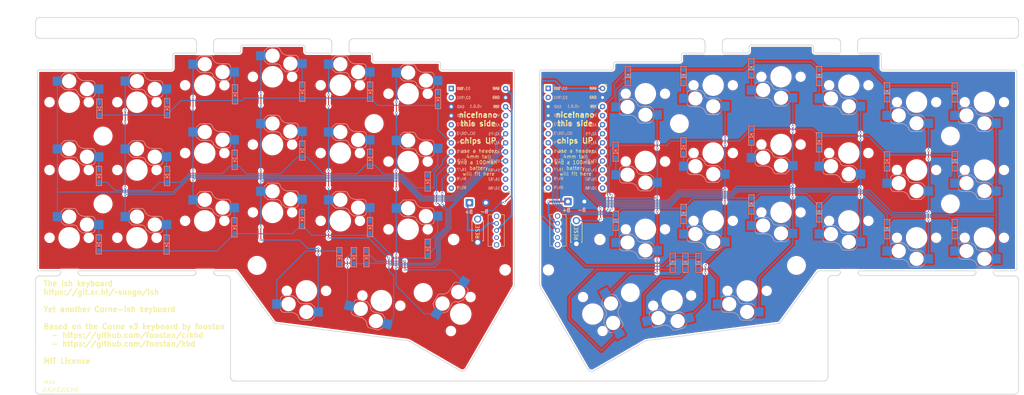
<source format=kicad_pcb>
(kicad_pcb (version 20211014) (generator pcbnew)
  (title_block (title "ish") (date "2022-06-27") (rev "0.0.1") (company "sungo") (comment 1 "Based on the Corne v3 by foostan"))
  (layers (0 "F.Cu" signal) (31 "B.Cu" signal) (34 "B.Paste" user) (35 "F.Paste" user) (36 "B.SilkS" user "B.Silkscreen") (37 "F.SilkS" user "F.Silkscreen") (38 "B.Mask" user) (39 "F.Mask" user) (44 "Edge.Cuts" user))
  (net 0 "")
  (net 1 "row0")
  (net 2 "Net-(D1-Pad2)")
  (net 3 "row1")
  (net 4 "Net-(D2-Pad2)")
  (net 5 "row2")
  (net 6 "Net-(D3-Pad2)")
  (net 7 "row3")
  (net 8 "Net-(D4-Pad2)")
  (net 9 "Net-(D5-Pad2)")
  (net 10 "Net-(D6-Pad2)")
  (net 11 "Net-(D7-Pad2)")
  (net 12 "Net-(D8-Pad2)")
  (net 13 "Net-(D9-Pad2)")
  (net 14 "Net-(D10-Pad2)")
  (net 15 "Net-(D11-Pad2)")
  (net 16 "Net-(D12-Pad2)")
  (net 17 "Net-(D13-Pad2)")
  (net 18 "Net-(D14-Pad2)")
  (net 19 "Net-(D15-Pad2)")
  (net 20 "Net-(D16-Pad2)")
  (net 21 "Net-(D17-Pad2)")
  (net 22 "Net-(D18-Pad2)")
  (net 23 "Net-(D19-Pad2)")
  (net 24 "Net-(D20-Pad2)")
  (net 25 "Net-(D21-Pad2)")
  (net 26 "GND")
  (net 27 "VCC")
  (net 28 "col0")
  (net 29 "col1")
  (net 30 "col2")
  (net 31 "col3")
  (net 32 "col4")
  (net 33 "col5")
  (net 34 "reset")
  (net 35 "RAW")
  (net 36 "Net-(D22-Pad2)")
  (net 37 "row0_r")
  (net 38 "Net-(D23-Pad2)")
  (net 39 "Net-(D24-Pad2)")
  (net 40 "Net-(D25-Pad2)")
  (net 41 "Net-(D26-Pad2)")
  (net 42 "Net-(D27-Pad2)")
  (net 43 "row1_r")
  (net 44 "Net-(D28-Pad2)")
  (net 45 "Net-(D29-Pad2)")
  (net 46 "Net-(D30-Pad2)")
  (net 47 "Net-(D31-Pad2)")
  (net 48 "Net-(D32-Pad2)")
  (net 49 "Net-(D33-Pad2)")
  (net 50 "row2_r")
  (net 51 "Net-(D34-Pad2)")
  (net 52 "Net-(D35-Pad2)")
  (net 53 "Net-(D36-Pad2)")
  (net 54 "Net-(D37-Pad2)")
  (net 55 "Net-(D38-Pad2)")
  (net 56 "Net-(D39-Pad2)")
  (net 57 "Net-(D40-Pad2)")
  (net 58 "row3_r")
  (net 59 "Net-(D41-Pad2)")
  (net 60 "Net-(D42-Pad2)")
  (net 61 "reset_r")
  (net 62 "col0_r")
  (net 63 "col1_r")
  (net 64 "col2_r")
  (net 65 "col3_r")
  (net 66 "col4_r")
  (net 67 "col5_r")
  (net 68 "VDD")
  (net 69 "GNDA")
  (net 70 "L-B+")
  (net 71 "RAW_R")
  (net 72 "R-B+")
  (footprint "ish:ChocV1_V2_Hotswap" (layer "F.Cu") (at 39.1075 35.78)
    (fp_text reference "SW2" hide)
    (fp_text value "SW_PUSH" hide)
  )
  (footprint "ish:ChocV1_V2_Hotswap" (layer "F.Cu") (at 58.1075 31.03)
    (fp_text reference "SW3" hide)
    (fp_text value "SW_PUSH" hide)
  )
  (footprint "ish:ChocV1_V2_Hotswap" (layer "F.Cu") (at 77.1075 28.655)
    (fp_text reference "SW4" hide)
    (fp_text value "SW_PUSH" hide)
  )
  (footprint "ish:ChocV1_V2_Hotswap" (layer "F.Cu") (at 96.1075 31.03)
    (fp_text reference "SW5" hide)
    (fp_text value "SW_PUSH" hide)
  )
  (footprint "ish:ChocV1_V2_Hotswap" (layer "F.Cu") (at 20.1075 54.78)
    (fp_text reference "SW7" hide)
    (fp_text value "SW_PUSH" hide)
  )
  (footprint "ish:ChocV1_V2_Hotswap" (layer "F.Cu") (at 39.1075 54.78)
    (fp_text reference "SW8" hide)
    (fp_text value "SW_PUSH" hide)
  )
  (footprint "ish:ChocV1_V2_Hotswap" (layer "F.Cu") (at 58.1075 50.03)
    (fp_text reference "SW9" hide)
    (fp_text value "SW_PUSH" hide)
  )
  (footprint "ish:ChocV1_V2_Hotswap" (layer "F.Cu") (at 77.1075 47.655)
    (fp_text reference "SW10" hide)
    (fp_text value "SW_PUSH" hide)
  )
  (footprint "ish:ChocV1_V2_Hotswap" (layer "F.Cu") (at 96.1075 50.03)
    (fp_text reference "SW11" hide)
    (fp_text value "SW_PUSH" hide)
  )
  (footprint "ish:ChocV1_V2_Hotswap" (layer "F.Cu") (at 115.1075 52.405)
    (fp_text reference "SW12" hide)
    (fp_text value "SW_PUSH" hide)
  )
  (footprint "ish:ChocV1_V2_Hotswap" (layer "F.Cu") (at 20.1075 73.78)
    (fp_text reference "SW13" hide)
    (fp_text value "SW_PUSH" hide)
  )
  (footprint "ish:ChocV1_V2_Hotswap" (layer "F.Cu") (at 39.1075 73.78)
    (fp_text reference "SW14" hide)
    (fp_text value "SW_PUSH" hide)
  )
  (footprint "ish:ChocV1_V2_Hotswap" (layer "F.Cu") (at 58.1075 69.03)
    (fp_text reference "SW15" hide)
    (fp_text value "SW_PUSH" hide)
  )
  (footprint "ish:ChocV1_V2_Hotswap" (layer "F.Cu") (at 77.1075 66.655)
    (fp_text reference "SW16" hide)
    (fp_text value "SW_PUSH" hide)
  )
  (footprint "ish:ChocV1_V2_Hotswap" (layer "F.Cu") (at 96.1075 69.03)
    (fp_text reference "SW17" hide)
    (fp_text value "SW_PUSH" hide)
  )
  (footprint "ish:ChocV1_V2_Hotswap" (layer "F.Cu") (at 115.1075 71.405)
    (fp_text reference "SW18" hide)
    (fp_text value "SW_PUSH" hide)
  )
  (footprint "ish:ChocV1_V2_Hotswap" (layer "F.Cu") (at 86.6075 88.655 180)
    (fp_text reference "SW19" hide)
    (fp_text value "SW_PUSH" hide)
  )
  (footprint "ish:ChocV1_V2_Hotswap" (layer "F.Cu") (at 107.6075 91.405 165)
    (fp_text reference "SW20" hide)
    (fp_text value "SW_PUSH" hide)
  )
  (footprint "ish:ChocV1_V2_Hotswap_1.5u" (layer "F.Cu") (at 129.8575 95.155 -120)
    (fp_text reference "SW21" hide)
    (fp_text value "SW_PUSH" hide)
  )
  (footprint "ish:ChocV1_V2_Hotswap_1.5u" (layer "F.Cu") (at 166.8645 95.15 120)
    (fp_text reference "SW42" hide)
    (fp_text value "SW_PUSH" hide)
  )
  (footprint "ish:ChocV1_V2_Hotswap" (layer "F.Cu") (at 219.6145 66.65 180)
    (fp_text reference "SW37" hide)
    (fp_text value "SW_PUSH" hide)
  )
  (footprint "ish:ChocV1_V2_Hotswap" (layer "F.Cu") (at 200.6145 69.025 180)
    (fp_text reference "SW38" hide)
    (fp_text value "SW_PUSH" hide)
  )
  (footprint "ish:ChocV1_V2_Hotswap" (layer "F.Cu") (at 181.6145 71.4 180)
    (fp_text reference "SW39" hide)
    (fp_text value "SW_PUSH" hide)
  )
  (footprint "ish:ChocV1_V2_Hotswap" (layer "F.Cu") (at 210.1145 88.65 180)
    (fp_text reference "SW40" hide)
    (fp_text value "SW_PUSH" hide)
  )
  (footprint "ish:ChocV1_V2_Hotswap" (layer "F.Cu") (at 189.1145 91.4 -165)
    (fp_text reference "SW41" hide)
    (fp_text value "SW_PUSH" hide)
  )
  (footprint "ish:ChocV1_V2_Hotswap" (layer "F.Cu") (at 219.6145 28.65 180)
    (fp_text reference "SW25" hide)
    (fp_text value "SW_PUSH" hide)
  )
  (footprint "ish:ChocV1_V2_Hotswap" (layer "F.Cu") (at 200.6145 31.025 180)
    (fp_text reference "SW26" hide)
    (fp_text value "SW_PUSH" hide)
  )
  (footprint "ish:ChocV1_V2_Hotswap" (layer "F.Cu") (at 276.6145 54.775 180)
    (fp_text reference "SW28" hide)
    (fp_text value "SW_PUSH" hide)
  )
  (footprint "ish:ChocV1_V2_Hotswap" (layer "F.Cu") (at 238.6145 31.025 180)
    (fp_text reference "SW24" hide)
    (fp_text value "SW_PUSH" hide)
  )
  (footprint "ish:ChocV1_V2_Hotswap" (layer "F.Cu") (at 257.6145 54.775 180)
    (fp_text reference "SW29" hide)
    (fp_text value "SW_PUSH" hide)
  )
  (footprint "ish:ChocV1_V2_Hotswap" (layer "F.Cu") (at 257.6145 73.775 180)
    (fp_text reference "SW35" hide)
    (fp_text value "SW_PUSH" hide)
  )
  (footprint "ish:ChocV1_V2_Hotswap" (layer "F.Cu") (at 238.6145 69.025 180)
    (fp_text reference "SW36" hide)
    (fp_text value "SW_PUSH" hide)
  )
  (footprint "ish:ChocV1_V2_Hotswap" (layer "F.Cu") (at 276.6145 35.775 180)
    (fp_text reference "SW22" hide)
    (fp_text value "SW_PUSH" hide)
  )
  (footprint "ish:ChocV1_V2_Hotswap" (layer "F.Cu") (at 257.6145 35.775 180)
    (fp_text reference "SW23" hide)
    (fp_text value "SW_PUSH" hide)
  )
  (footprint "ish:ChocV1_V2_Hotswap" (layer "F.Cu") (at 238.6145 50.025 180)
    (fp_text reference "SW30" hide)
    (fp_text value "SW_PUSH" hide)
  )
  (footprint "ish:ChocV1_V2_Hotswap" (layer "F.Cu") (at 219.6145 47.65 180)
    (fp_text reference "SW31" hide)
    (fp_text value "SW_PUSH" hide)
  )
  (footprint "ish:ChocV1_V2_Hotswap" (layer "F.Cu") (at 200.6145 50.025 180)
    (fp_text reference "SW32" hide)
    (fp_text value "SW_PUSH" hide)
  )
  (footprint "ish:ChocV1_V2_Hotswap" (layer "F.Cu") (at 181.6145 52.4 180)
    (fp_text reference "SW33" hide)
    (fp_text value "SW_PUSH" hide)
  )
  (footprint "ish:ChocV1_V2_Hotswap" (layer "F.Cu") (at 276.6145 73.775 180)
    (fp_text reference "SW34" hide)
    (fp_text value "SW_PUSH" hide)
  )
  (footprint "ish:ChocV1_V2_Hotswap" (layer "F.Cu") (at 20.1075 35.78)
    (fp_text reference "SW1" hide)
    (fp_text value "SW_PUSH" hide)
  )
  (footprint "ish:M2_HOLE_v2" (layer "F.Cu") (at 105.5755 41.7655)
    (fp_text reference "Ref**" hide)
    (fp_text value "Val**" hide)
  )
  (footprint "ish:M2_HOLE_v2" (layer "F.Cu") (at 72.7645 81.5205)
    (fp_text reference "Ref**" hide)
    (fp_text value "Val**" hide)
  )
  (footprint "ish:M2_HOLE_v2" (layer "F.Cu") (at 119.3305 89.135)
    (fp_text reference "Ref**" hide)
    (fp_text value "Val**" hide)
  )
  (footprint "ish:M2_HOLE_v2" (layer "F.Cu") (at 127.8695 74.254)
    (fp_text reference "Ref**" hide)
    (fp_text value "Val**" hide)
  )
  (footprint "ish:M2_HOLE_v2" (layer "F.Cu") (at 142.3015 82.775)
    (fp_text reference "Ref**" hide)
    (fp_text value "Val**" hide)
  )
  (footprint "ish:M2_HOLE_v2" (layer "F.Cu") (at 177.3895 89.145 180)
    (fp_text reference "Ref**" hide)
    (fp_text value "Val**" hide)
  )
  (footprint "ish:M2_HOLE_v2" (layer "F.Cu") (at 223.9555 81.5305 180)
    (fp_text reference "Ref**" hide)
    (fp_text value "Val**" hide)
  )
  (footprint "ish:M2_HOLE_v2" (layer "F.Cu") (at 267.0995 45.2655 180)
    (fp_text reference "Ref**" hide)
    (fp_text value "Val**" hide)
  )
  (footprint "ish:M2_HOLE_v2" (layer "F.Cu") (at 191.1445 41.7755 180)
    (fp_text reference "Ref**" hide)
    (fp_text value "Val**" hide)
  )
  (footprint "ish:ChocV1_V2_Hotswap" (layer "F.Cu") (at 115.1075 33.405)
    (fp_text reference "SW6" hide)
    (fp_text value "SW_PUSH" hide)
  )
  (footprint "ish:ChocV1_V2_Hotswap" (layer "F.Cu") (at 181.6075 33.405 180)
    (fp_text reference "SW27" hide)
    (fp_text value "SW_PUSH" hide)
  )
  (footprint "ish:M2_HOLE_v2" (layer "F.Cu") (at 27.5195 54.1395)
    (fp_text reference "Ref**" hide)
    (fp_text value "Val**" hide)
  )
  (footprint "ish:ProMicro_v3" (layer "F.Cu") (at 134.8125 46.42)
    (fp_text reference "U1" hide)
    (fp_text value "ProMicro" hide)
  )
  (footprint "ish:ProMicro_v3" (layer "F.Cu") (at 161.9875 46.39)
    (fp_text reference "U2" hide)
    (fp_text value "ProMicro" hide)
  )
  (footprint "ish:M2_HOLE_v2" (layer "F.Cu") (at 29.6075 45.28)
    (fp_text reference "Ref**" hide)
    (fp_text value "Val**" hide)
  )
  (footprint "ish:Breakaway_Tabs" (layer "F.Cu") (at 58.221466 21.97984)
    (fp_text reference "REF**")
    (fp_text value "Breakaway_Tabs")
  )
  (footprint "ish:Breakaway_Tabs" (layer "F.Cu") (at 96.170781 21.985094)
    (fp_text reference "REF**")
    (fp_text value "Breakaway_Tabs")
  )
  (footprint "ish:Breakaway_Tabs" (layer "F.Cu") (at 20.229183 83.07091)
    (fp_text reference "REF**")
    (fp_text value "Breakaway_Tabs")
  )
  (footprint "ish:Breakaway_Tabs" (layer "F.Cu") (at 58.177481 83.059636)
    (fp_text reference "REF**")
    (fp_text value "Breakaway_Tabs")
  )
  (footprint "ish:Version" (layer "F.Cu") (at 134.334227 37.110233)
    (fp_text reference "REF**" hide)
    (fp_text value "Version")
  )
  (footprint "ish:1825232-1" (layer "F.Cu") (at 139.899079 73.738941 90)
    (fp_text reference "BATSWITCH1")
    (fp_text value "1825232-1_TEC")
  )
  (footprint "ish:Version" (layer "F.Cu") (at 161.538405 36.972838)
    (fp_text reference "REF**" hide)
    (fp_text value "Version")
  )
  (footprint "ish:SolderWire-0.5sqmm_1x02_P4.6mm_D0.9mm_OD2.1mm" (layer "F.Cu") (at 132.286168 63.947558)
    (fp_text reference "REF**")
    (fp_text value "SolderWire-0.5sqmm_1x02_P4.6mm_D0.9mm_OD2.1mm")
  )
  (footprint "ish:SolderWire-0.5sqmm_1x02_P4.6mm_D0.9mm_OD2.1mm" (layer "F.Cu") (at 159.887692 63.628674)
    (fp_text reference "REF**")
    (fp_text value "SolderWire-0.5sqmm_1x02_P4.6mm_D0.9mm_OD2.1mm")
  )
  (footprint "ish:1825232-1" (layer "F.Cu") (at 156.992573 69.693187 -90)
    (fp_text reference "BATSWITCH2")
    (fp_text value "1825232-1_TEC")
  )
  (footprint "ish:ResetSW_1side" (layer "F.Cu") (at 134.604088 71.793999 90)
    (fp_text reference "RSW1" hide)
    (fp_text value "SW_PUSH")
  )
  (footprint "ish:ResetSW_1side" (layer "F.Cu") (at 162.266567 72.215999 -90)
    (fp_text reference "RSW2" hide)
    (fp_text value "SW_PUSH")
  )
  (footprint "ish:D3_SMD_v2" (layer "B.Cu") (at 28.603367 37.600947 90)
    (fp_text reference "D1" hide)
    (fp_text value "D" hide)
  )
  (footprint "ish:D3_SMD_v2" (layer "B.Cu") (at 47.555081 37.455 90)
    (fp_text reference "D2" hide)
    (fp_text value "D" hide)
  )
  (footprint "ish:D3_SMD_v2" (layer "B.Cu") (at 66.589462 33.554551 90)
    (fp_text reference "D3" hide)
    (fp_text value "D" hide)
  )
  (footprint "ish:D3_SMD_v2" (layer "B.Cu") (at 85.430099 32.848624 90)
    (fp_text reference "D4" hide)
    (fp_text value "D" hide)
  )
  (footprint "ish:D3_SMD_v2" (layer "B.Cu") (at 104.473931 32.82471 90)
    (fp_text reference "D5" hide)
    (fp_text value "D" hide)
  )
  (footprint "ish:D3_SMD_v2" (layer "B.Cu") (at 123.478259 34.908217 90)
    (fp_text reference "D6" hide)
    (fp_text value "D" hide)
  )
  (footprint "ish:D3_SMD_v2" (layer "B.Cu") (at 28.4512 56.440775 90)
    (fp_text reference "D7" hide)
    (fp_text value "D" hide)
  )
  (footprint "ish:D3_SMD_v2" (layer "B.Cu") (at 47.544829 56.471579 90)
    (fp_text reference "D8" hide)
    (fp_text value "D" hide)
  )
  (footprint "ish:D3_SMD_v2" (layer "B.Cu") (at 66.5003 51.928644 90)
    (fp_text reference "D9" hide)
    (fp_text value "D" hide)
  )
  (footprint "ish:D3_SMD_v2" (layer "B.Cu") (at 85.449071 49.325441 90)
    (fp_text reference "D10" hide)
    (fp_text value "D" hide)
  )
  (footprint "ish:D3_SMD_v2" (layer "B.Cu") (at 104.452947 51.656731 90)
    (fp_text reference "D11" hide)
    (fp_text value "D" hide)
  )
  (footprint "ish:D3_SMD_v2" (layer "B.Cu") (at 120.588872 58.009445 90)
    (fp_text reference "D12" hide)
    (fp_text value "D" hide)
  )
  (footprint "ish:D3_SMD_v2" (layer "B.Cu") (at 28.401432 75.63588 90)
    (fp_text reference "D13" hide)
    (fp_text value "D" hide)
  )
  (footprint "ish:D3_SMD_v2" (layer "B.Cu") (at 47.417269 75.689967 90)
    (fp_text reference "D14" hide)
    (fp_text value "D" hide)
  )
  (footprint "ish:D3_SMD_v2" (layer "B.Cu") (at 66.417952 70.860279 90)
    (fp_text reference "D15" hide)
    (fp_text value "D" hide)
  )
  (footprint "ish:D3_SMD_v2" (layer "B.Cu") (at 85.381278 68.51883 90)
    (fp_text reference "D16" hide)
    (fp_text value "D" hide)
  )
  (footprint "ish:D3_SMD_v2" (layer "B.Cu") (at 104.441719 70.774845 90)
    (fp_text reference "D17" hide)
    (fp_text value "D" hide)
  )
  (footprint "ish:D3_SMD_v2" (layer "B.Cu") (at 120.592107 76.854142 90)
    (fp_text reference "D18" hide)
    (fp_text value "D" hide)
  )
  (footprint "ish:D3_SMD_v2" (layer "B.Cu") (at 95.846841 79.211815 90)
    (fp_text reference "D19" hide)
    (fp_text value "D" hide)
  )
  (footprint "ish:D3_SMD_v2" (layer "B.Cu") (at 99.891761 79.211815 90)
    (fp_text reference "D20" hide)
    (fp_text value "D" hide)
  )
  (footprint "ish:D3_SMD_v2" (layer "B.Cu") (at 103.427929 79.211815 90)
    (fp_text reference "D21" hide)
    (fp_text value "D" hide)
  )
  (footprint "ish:D3_SMD_v2" (layer "B.Cu") (at 249.319192 32.965614 -90)
    (fp_text reference "D23" hide)
    (fp_text value "D" hide)
  )
  (footprint "ish:D3_SMD_v2" (layer "B.Cu") (at 230.296302 28.406001 -90)
    (fp_text reference "D24" hide)
    (fp_text value "D" hide)
  )
  (footprint "ish:D3_SMD_v2" (layer "B.Cu") (at 211.299282 26.251935 -90)
    (fp_text reference "D25" hide)
    (fp_text value "D" hide)
  )
  (footprint "ish:D3_SMD_v2" (layer "B.Cu") (at 176.697145 28.428843 -90)
    (fp_text reference "D27" hide)
    (fp_text value "D" hide)
  )
  (footprint "ish:D3_SMD_v2" (layer "B.Cu") (at 268.318884 52.297507 -90)
    (fp_text reference "D28" hide)
    (fp_text value "D" hide)
  )
  (footprint "ish:D3_SMD_v2" (layer "B.Cu") (at 249.308116 52.364161 -90)
    (fp_text reference "D29" hide)
    (fp_text value "D" hide)
  )
  (footprint "ish:D3_SMD_v2" (layer "B.Cu") (at 230.298743 47.027811 -90)
    (fp_text reference "D30" hide)
    (fp_text value "D" hide)
  )
  (footprint "ish:D3_SMD_v2" (layer "B.Cu") (at 211.313902 45.120118 -90)
    (fp_text reference "D31" hide)
    (fp_text value "D" hide)
  )
  (footprint "ish:D3_SMD_v2" (layer "B.Cu") (at 192.278814 48.428398 -90)
    (fp_text reference "D32" hide)
    (fp_text value "D" hide)
  )
  (footprint "ish:D3_SMD_v2" (layer "B.Cu") (at 173.279 49.646985 -90)
    (fp_text reference "D33" hide)
    (fp_text value "D" hide)
  )
  (footprint "ish:D3_SMD_v2" (layer "B.Cu") (at 268.313472 71.327801 -90)
    (fp_text reference "D34" hide)
    (fp_text value "D" hide)
  )
  (footprint "ish:D3_SMD_v2" (layer "B.Cu") (at 249.330368 71.352938 -90)
    (fp_text reference "D35" hide)
    (fp_text value "D" hide)
  )
  (footprint "ish:D3_SMD_v2" (layer "B.Cu") (at 230.297322 66.653931 -90)
    (fp_text reference "D36" hide)
    (fp_text value "D" hide)
  )
  (footprint "ish:D3_SMD_v2" (layer "B.Cu") (at 211.324522 64.443335 -90)
    (fp_text reference "D37" hide)
    (fp_text value "D" hide)
  )
  (footprint "ish:D3_SMD_v2" (layer "B.Cu") (at 192.308435 67.069796 -90)
    (fp_text reference "D38" hide)
    (fp_text value "D" hide)
  )
  (footprint "ish:D3_SMD_v2" (layer "B.Cu") (at 173.306137 69.014493 -90)
    (fp_text reference "D39" hide)
    (fp_text value "D" hide)
  )
  (footprint "ish:D3_SMD_v2" (layer "B.Cu") (at 196.486038 80.827171 -90)
    (fp_text reference "D40" hide)
    (fp_text value "D" hide)
  )
  (footprint "ish:D3_SMD_v2" (layer "B.Cu") (at 192.829226 80.786604 -90)
    (fp_text reference "D41" hide)
    (fp_text value "D" hide)
  )
  (footprint "ish:D3_SMD_v2" (layer "B.Cu") (at 189.251702 80.760221 -90)
    (fp_text reference "D42" hide)
    (fp_text value "D" hide)
  )
  (footprint "ish:D3_SMD_v2" (layer "B.Cu") (at 268.317095 33.023717 -90)
    (fp_text reference "D22" hide)
    (fp_text value "D" hide)
  )
  (footprint "ish:D3_SMD_v2" (layer "B.Cu") (at 192.300745 28.428843 -90)
    (fp_text reference "D26" hide)
    (fp_text value "D" hide)
  )
  (footprint "ish:M2_HOLE_v2" (layer "B.Cu") (at 154.4185 82.785 180)
    (fp_text reference "Ref**" hide)
    (fp_text value "Val**" hide)
  )
  (footprint "ish:M2_HOLE_v2" (layer "B.Cu") (at 269.1875 54.125 180)
    (fp_text reference "Ref**" hide)
    (fp_text value "Val**" hide)
  )
  (footprint "ish:M2_HOLE_v2" (layer "B.Cu") (at 168.8505 74.264 180)
    (fp_text reference "Ref**" hide)
    (fp_text value "Val**" hide)
  )
  (footprint "ish:Breakaway_Tabs" (layer "B.Cu") (at 276.687596 83.069874 180)
    (fp_text reference "REF**")
    (fp_text value "Breakaway_Tabs")
  )
  (footprint "ish:Breakaway_Tabs" (layer "B.Cu") (at 200.732267 21.965236 180)
    (fp_text reference "REF**")
    (fp_text value "Breakaway_Tabs")
  )
  (footprint "ish:Breakaway_Tabs" (layer "B.Cu") (at 238.67704 21.960165 180)
    (fp_text reference "REF**")
    (fp_text value "Breakaway_Tabs")
  )
  (footprint "ish:Breakaway_Tabs" (layer "B.Cu") (at 238.748756 83.09448 180)
    (fp_text reference "REF**")
    (fp_text value "Breakaway_Tabs")
  )
  (footprint "ish:Version" (layer "B.Cu") (at 14.511447 113.447871 180)
    (fp_text reference "REF**" hide)
    (fp_text value "Version")
  )
  (gr_line (start 17.8075 83.020309) (end 17.8123 83.252) (layer "Edge.Cuts") (width 0.2))
  (gr_line (start 17.8123 83.252) (end 17.7896 83.483) (layer "Edge.Cuts") (width 0.2))
  (gr_line (start 17.7896 83.483) (end 17.7188 83.719) (layer "Edge.Cuts") (width 0.2))
  (gr_line (start 17.7188 83.719) (end 17.717 83.724) (layer "Edge.Cuts") (width 0.2))
  (gr_line (start 17.717 83.724) (end 17.6082 83.928) (layer "Edge.Cuts") (width 0.2))
  (gr_line (start 17.6082 83.928) (end 17.4495 84.123) (layer "Edge.Cuts") (width 0.2))
  (gr_line (start 17.4495 84.123) (end 17.2628 84.276) (layer "Edge.Cuts") (width 0.2))
  (gr_line (start 17.2628 84.276) (end 17.059 84.386) (layer "Edge.Cuts") (width 0.2))
  (gr_line (start 17.059 84.386) (end 16.819 84.46) (layer "Edge.Cuts") (width 0.2))
  (gr_line (start 16.819 84.46) (end 16.5774 84.485) (layer "Edge.Cuts") (width 0.2))
  (gr_line (start 16.5774 84.485) (end 11.8252 84.485) (layer "Edge.Cuts") (width 0.2))
  (gr_line (start 11.8274 117.635) (end 285.0575 117.626) (layer "Edge.Cuts") (width 0.2))
  (gr_line (start 285.0555 12.0385) (end 11.8252 12.0475) (layer "Edge.Cuts") (width 0.2))
  (gr_line (start 11.8252 12.0475) (end 11.8194 12.0475) (layer "Edge.Cuts") (width 0.2))
  (gr_line (start 11.8194 12.0475) (end 11.5963 12.071) (layer "Edge.Cuts") (width 0.2))
  (gr_line (start 11.5963 12.071) (end 11.3843 12.1366) (layer "Edge.Cuts") (width 0.2))
  (gr_line (start 11.3843 12.1366) (end 11.1891 12.2422) (layer "Edge.Cuts") (width 0.2))
  (gr_line (start 11.1891 12.2422) (end 11.018 12.3837) (layer "Edge.Cuts") (width 0.2))
  (gr_line (start 11.018 12.3837) (end 10.8778 12.5557) (layer "Edge.Cuts") (width 0.2))
  (gr_line (start 10.8778 12.5557) (end 10.7736 12.7516) (layer "Edge.Cuts") (width 0.2))
  (gr_line (start 10.7736 12.7516) (end 10.7094 12.9641) (layer "Edge.Cuts") (width 0.2))
  (gr_line (start 10.7094 12.9641) (end 10.6875 13.1875) (layer "Edge.Cuts") (width 0.2))
  (gr_line (start 10.6875 13.1875) (end 10.6875 16.7473) (layer "Edge.Cuts") (width 0.2))
  (gr_line (start 10.6875 16.7473) (end 10.6875 16.7531) (layer "Edge.Cuts") (width 0.2))
  (gr_line (start 10.6875 16.7531) (end 10.711 16.9762) (layer "Edge.Cuts") (width 0.2))
  (gr_line (start 10.711 16.9762) (end 10.7766 17.1882) (layer "Edge.Cuts") (width 0.2))
  (gr_line (start 10.7766 17.1882) (end 10.8822 17.3835) (layer "Edge.Cuts") (width 0.2))
  (gr_line (start 10.8822 17.3835) (end 11.0236 17.5545) (layer "Edge.Cuts") (width 0.2))
  (gr_line (start 11.0236 17.5545) (end 11.1957 17.6948) (layer "Edge.Cuts") (width 0.2))
  (gr_line (start 11.1957 17.6948) (end 11.3916 17.799) (layer "Edge.Cuts") (width 0.2))
  (gr_line (start 11.3916 17.799) (end 11.6041 17.8631) (layer "Edge.Cuts") (width 0.2))
  (gr_line (start 11.6041 17.8631) (end 11.8274 17.885) (layer "Edge.Cuts") (width 0.2))
  (gr_line (start 11.8274 17.885) (end 54.5774 17.885) (layer "Edge.Cuts") (width 0.2))
  (gr_line (start 54.5774 17.885) (end 54.8201 17.9098) (layer "Edge.Cuts") (width 0.2))
  (gr_line (start 54.8201 17.9098) (end 55.042 17.9768) (layer "Edge.Cuts") (width 0.2))
  (gr_line (start 55.042 17.9768) (end 55.2638 18.0947) (layer "Edge.Cuts") (width 0.2))
  (gr_line (start 55.2638 18.0947) (end 55.4434 18.2412) (layer "Edge.Cuts") (width 0.2))
  (gr_line (start 55.4434 18.2412) (end 55.598 18.4266) (layer "Edge.Cuts") (width 0.2))
  (gr_line (start 55.598 18.4266) (end 55.7175 18.6476) (layer "Edge.Cuts") (width 0.2))
  (gr_line (start 55.7175 18.6476) (end 55.786 18.869) (layer "Edge.Cuts") (width 0.2))
  (gr_line (start 55.786 18.869) (end 55.8125 19.1141) (layer "Edge.Cuts") (width 0.2))
  (gr_line (start 55.8125 19.1141) (end 55.8125 19.12) (layer "Edge.Cuts") (width 0.2))
  (gr_line (start 55.8125 19.1201) (end 55.8175 22.020252) (layer "Edge.Cuts") (width 0.2))
  (gr_line (start 60.5575 83.021073) (end 60.5625 83.247) (layer "Edge.Cuts") (width 0.2))
  (gr_line (start 60.586 83.476) (end 60.5625 83.247) (layer "Edge.Cuts") (width 0.2))
  (gr_line (start 60.586 83.476) (end 60.6516 83.688) (layer "Edge.Cuts") (width 0.2))
  (gr_line (start 60.6516 83.688) (end 60.7572 83.883) (layer "Edge.Cuts") (width 0.2))
  (gr_line (start 60.7572 83.883) (end 60.8986 84.054) (layer "Edge.Cuts") (width 0.2))
  (gr_line (start 60.8986 84.054) (end 61.0707 84.195) (layer "Edge.Cuts") (width 0.2))
  (gr_line (start 61.0707 84.195) (end 61.2666 84.299) (layer "Edge.Cuts") (width 0.2))
  (gr_line (start 61.2666 84.299) (end 61.4791 84.363) (layer "Edge.Cuts") (width 0.2))
  (gr_line (start 61.4791 84.363) (end 61.7024 84.385) (layer "Edge.Cuts") (width 0.2))
  (gr_line (start 61.7024 84.385) (end 64.0774 84.385) (layer "Edge.Cuts") (width 0.2))
  (gr_line (start 65.3125 85.62) (end 65.3125 112.797) (layer "Edge.Cuts") (width 0.2))
  (gr_line (start 65.3125 112.797) (end 65.3125 112.803) (layer "Edge.Cuts") (width 0.2))
  (gr_line (start 65.3125 112.803) (end 65.336 113.026) (layer "Edge.Cuts") (width 0.2))
  (gr_line (start 65.336 113.026) (end 65.4016 113.238) (layer "Edge.Cuts") (width 0.2))
  (gr_line (start 65.4016 113.238) (end 65.5072 113.433) (layer "Edge.Cuts") (width 0.2))
  (gr_line (start 65.5072 113.433) (end 65.6486 113.604) (layer "Edge.Cuts") (width 0.2))
  (gr_line (start 65.6486 113.604) (end 65.8207 113.745) (layer "Edge.Cuts") (width 0.2))
  (gr_line (start 65.8207 113.745) (end 66.0166 113.849) (layer "Edge.Cuts") (width 0.2))
  (gr_line (start 66.0166 113.849) (end 66.2291 113.913) (layer "Edge.Cuts") (width 0.2))
  (gr_line (start 66.2291 113.913) (end 66.4524 113.935) (layer "Edge.Cuts") (width 0.2))
  (gr_line (start 66.4524 113.935) (end 231.6195 113.926) (layer "Edge.Cuts") (width 0.2))
  (gr_line (start 197.1805 17.976) (end 99.7005 17.985) (layer "Edge.Cuts") (width 0.2))
  (gr_line (start 99.7005 17.985) (end 99.6945 17.985) (layer "Edge.Cuts") (width 0.2))
  (gr_line (start 99.6945 17.985) (end 99.4715 18.0085) (layer "Edge.Cuts") (width 0.2))
  (gr_line (start 99.4715 18.0085) (end 99.2595 18.0741) (layer "Edge.Cuts") (width 0.2))
  (gr_line (start 99.2595 18.0741) (end 99.0645 18.1797) (layer "Edge.Cuts") (width 0.2))
  (gr_line (start 99.0645 18.1797) (end 98.8935 18.3212) (layer "Edge.Cuts") (width 0.2))
  (gr_line (start 98.8935 18.3212) (end 98.7525 18.4932) (layer "Edge.Cuts") (width 0.2))
  (gr_line (start 98.7525 18.4932) (end 98.6485 18.6891) (layer "Edge.Cuts") (width 0.2))
  (gr_line (start 98.6485 18.6891) (end 98.5845 18.9016) (layer "Edge.Cuts") (width 0.2))
  (gr_line (start 98.5845 18.9016) (end 98.5625 19.125) (layer "Edge.Cuts") (width 0.2))
  (gr_line (start 98.5625 19.125) (end 98.5675 22.018729) (layer "Edge.Cuts") (width 0.2))
  (gr_line (start 22.5675 83.020309) (end 22.5625 83.247) (layer "Edge.Cuts") (width 0.2))
  (gr_line (start 22.5625 83.247) (end 22.5625 83.253) (layer "Edge.Cuts") (width 0.2))
  (gr_line (start 22.5625 83.253) (end 22.586 83.476) (layer "Edge.Cuts") (width 0.2))
  (gr_line (start 22.586 83.476) (end 22.6516 83.688) (layer "Edge.Cuts") (width 0.2))
  (gr_line (start 22.6516 83.688) (end 22.7572 83.883) (layer "Edge.Cuts") (width 0.2))
  (gr_line (start 22.7572 83.883) (end 22.8986 84.054) (layer "Edge.Cuts") (width 0.2))
  (gr_line (start 22.8986 84.054) (end 23.0707 84.195) (layer "Edge.Cuts") (width 0.2))
  (gr_line (start 23.0707 84.195) (end 23.2666 84.299) (layer "Edge.Cuts") (width 0.2))
  (gr_line (start 23.2666 84.299) (end 23.4791 84.363) (layer "Edge.Cuts") (width 0.2))
  (gr_line (start 23.4791 84.363) (end 23.7024 84.385) (layer "Edge.Cuts") (width 0.2))
  (gr_line (start 23.7024 84.385) (end 54.5748 84.385) (layer "Edge.Cuts") (width 0.2))
  (gr_line (start 54.5748 84.385) (end 54.5806 84.385) (layer "Edge.Cuts") (width 0.2))
  (gr_line (start 54.5806 84.385) (end 54.8037 84.362) (layer "Edge.Cuts") (width 0.2))
  (gr_line (start 54.8037 84.362) (end 55.0157 84.296) (layer "Edge.Cuts") (width 0.2))
  (gr_line (start 55.0157 84.296) (end 55.2109 84.19) (layer "Edge.Cuts") (width 0.2))
  (gr_line (start 55.2109 84.19) (end 55.382 84.049) (layer "Edge.Cuts") (width 0.2))
  (gr_line (start 55.382 84.049) (end 55.5222 83.877) (layer "Edge.Cuts") (width 0.2))
  (gr_line (start 55.5222 83.877) (end 55.6264 83.681) (layer "Edge.Cuts") (width 0.2))
  (gr_line (start 55.6264 83.681) (end 55.6906 83.468) (layer "Edge.Cuts") (width 0.2))
  (gr_line (start 55.6906 83.468) (end 55.7125 83.245) (layer "Edge.Cuts") (width 0.2))
  (gr_line (start 55.7125 83.245) (end 55.7175 83.020309) (layer "Edge.Cuts") (width 0.2))
  (gr_line (start 93.7275 22.020252) (end 93.7125 19.1227) (layer "Edge.Cuts") (width 0.2))
  (gr_line (start 93.7125 19.1227) (end 93.7125 19.1169) (layer "Edge.Cuts") (width 0.2))
  (gr_line (start 93.7125 19.1169) (end 93.689 18.8938) (layer "Edge.Cuts") (width 0.2))
  (gr_line (start 93.689 18.8938) (end 93.6234 18.6818) (layer "Edge.Cuts") (width 0.2))
  (gr_line (start 93.6234 18.6818) (end 93.5178 18.4866) (layer "Edge.Cuts") (width 0.2))
  (gr_line (start 93.5178 18.4866) (end 93.3763 18.3156) (layer "Edge.Cuts") (width 0.2))
  (gr_line (start 93.3763 18.3156) (end 93.2043 18.1753) (layer "Edge.Cuts") (width 0.2))
  (gr_line (start 93.2043 18.1753) (end 93.0084 18.0711) (layer "Edge.Cuts") (width 0.2))
  (gr_line (start 93.0084 18.0711) (end 92.7959 18.0069) (layer "Edge.Cuts") (width 0.2))
  (gr_line (start 92.7959 18.0069) (end 92.5726 17.985) (layer "Edge.Cuts") (width 0.2))
  (gr_line (start 92.5726 17.985) (end 61.7002 17.985) (layer "Edge.Cuts") (width 0.2))
  (gr_line (start 60.5625 19.125) (end 60.5775 22.018729) (layer "Edge.Cuts") (width 0.2))
  (gr_line (start 10.678619 85.636444) (end 10.68153 116.500514) (layer "Edge.Cuts") (width 0.2))
  (gr_line (start 236.3175 22.026729) (end 236.3195 19.1137) (layer "Edge.Cuts") (width 0.2))
  (gr_line (start 236.3195 19.1137) (end 236.3195 19.1079) (layer "Edge.Cuts") (width 0.2))
  (gr_line (start 236.3195 19.1079) (end 236.2965 18.8848) (layer "Edge.Cuts") (width 0.2))
  (gr_line (start 236.2965 18.8848) (end 236.2305 18.6728) (layer "Edge.Cuts") (width 0.2))
  (gr_line (start 236.2305 18.6728) (end 236.1255 18.4776) (layer "Edge.Cuts") (width 0.2))
  (gr_line (start 236.1255 18.4776) (end 235.9835 18.3066) (layer "Edge.Cuts") (width 0.2))
  (gr_line (start 235.9835 18.3066) (end 235.8115 18.1663) (layer "Edge.Cuts") (width 0.2))
  (gr_line (start 235.8115 18.1663) (end 235.6155 18.0621) (layer "Edge.Cuts") (width 0.2))
  (gr_line (start 235.6155 18.0621) (end 235.4035 17.9979) (layer "Edge.Cuts") (width 0.2))
  (gr_line (start 235.4035 17.9979) (end 235.1805 17.976) (layer "Edge.Cuts") (width 0.2))
  (gr_line (start 235.1805 17.976) (end 204.3075 17.976) (layer "Edge.Cuts") (width 0.2))
  (gr_line (start 204.3075 17.976) (end 204.3015 17.976) (layer "Edge.Cuts") (width 0.2))
  (gr_line (start 204.3015 17.976) (end 204.0785 17.9995) (layer "Edge.Cuts") (width 0.2))
  (gr_line (start 204.0785 17.9995) (end 203.8665 18.0651) (layer "Edge.Cuts") (width 0.2))
  (gr_line (start 203.8665 18.0651) (end 203.6715 18.1707) (layer "Edge.Cuts") (width 0.2))
  (gr_line (start 203.6715 18.1707) (end 203.5005 18.3122) (layer "Edge.Cuts") (width 0.2))
  (gr_line (start 203.5005 18.3122) (end 203.3605 18.4842) (layer "Edge.Cuts") (width 0.2))
  (gr_line (start 203.3605 18.4842) (end 203.2565 18.6801) (layer "Edge.Cuts") (width 0.2))
  (gr_line (start 203.2565 18.6801) (end 203.1915 18.8926) (layer "Edge.Cuts") (width 0.2))
  (gr_line (start 203.1915 18.8926) (end 203.1705 19.116) (layer "Edge.Cuts") (width 0.2))
  (gr_line (start 203.1705 19.116) (end 203.1675 22.028252) (layer "Edge.Cuts") (width 0.2))
  (gr_line (start 197.8115 18.1663) (end 197.6155 18.0621) (layer "Edge.Cuts") (width 0.2))
  (gr_line (start 197.9835 18.3066) (end 197.8115 18.1663) (layer "Edge.Cuts") (width 0.2))
  (gr_line (start 286.1945 85.608) (end 286.189381 116.481042) (layer "Edge.Cuts") (width 0.2))
  (gr_line (start 198.3275 22.026729) (end 198.3195 19.1137) (layer "Edge.Cuts") (width 0.2))
  (gr_line (start 198.3195 19.1137) (end 198.3195 19.1079) (layer "Edge.Cuts") (width 0.2))
  (gr_line (start 198.3195 19.1079) (end 198.2965 18.8848) (layer "Edge.Cuts") (width 0.2))
  (gr_line (start 198.2965 18.8848) (end 198.2305 18.6728) (layer "Edge.Cuts") (width 0.2))
  (gr_line (start 198.2305 18.6728) (end 198.1255 18.4776) (layer "Edge.Cuts") (width 0.2))
  (gr_line (start 198.1255 18.4776) (end 197.9835 18.3066) (layer "Edge.Cuts") (width 0.2))
  (gr_line (start 197.6155 18.0621) (end 197.4035 17.9979) (layer "Edge.Cuts") (width 0.2))
  (gr_line (start 197.4035 17.9979) (end 197.1805 17.976) (layer "Edge.Cuts") (width 0.2))
  (gr_line (start 241.1775 83.027309) (end 241.1705 83.238) (layer "Edge.Cuts") (width 0.2))
  (gr_line (start 241.1705 83.238) (end 241.1705 83.244) (layer "Edge.Cuts") (width 0.2))
  (gr_line (start 241.1705 83.244) (end 241.1935 83.467) (layer "Edge.Cuts") (width 0.2))
  (gr_line (start 241.1935 83.467) (end 241.2595 83.679) (layer "Edge.Cuts") (width 0.2))
  (gr_line (start 241.2595 83.679) (end 241.3645 83.874) (layer "Edge.Cuts") (width 0.2))
  (gr_line (start 241.3645 83.874) (end 241.5065 84.045) (layer "Edge.Cuts") (width 0.2))
  (gr_line (start 241.5065 84.045) (end 241.6785 84.186) (layer "Edge.Cuts") (width 0.2))
  (gr_line (start 241.6785 84.186) (end 241.8745 84.29) (layer "Edge.Cuts") (width 0.2))
  (gr_line (start 241.8745 84.29) (end 242.0865 84.354) (layer "Edge.Cuts") (width 0.2))
  (gr_line (start 242.0865 84.354) (end 242.3095 84.376) (layer "Edge.Cuts") (width 0.2))
  (gr_line (start 242.3095 84.376) (end 273.1825 84.376) (layer "Edge.Cuts") (width 0.2))
  (gr_line (start 273.1825 84.376) (end 273.1885 84.376) (layer "Edge.Cuts") (width 0.2))
  (gr_line (start 273.1885 84.376) (end 273.4115 84.353) (layer "Edge.Cuts") (width 0.2))
  (gr_line (start 273.4115 84.353) (end 273.6235 84.287) (layer "Edge.Cuts") (width 0.2))
  (gr_line (start 273.6235 84.287) (end 273.8185 84.181) (layer "Edge.Cuts") (width 0.2))
  (gr_line (start 273.8185 84.181) (end 273.9895 84.04) (layer "Edge.Cuts") (width 0.2))
  (gr_line (start 273.9895 84.04) (end 274.1295 83.868) (layer "Edge.Cuts") (width 0.2))
  (gr_line (start 274.1295 83.868) (end 274.2335 83.672) (layer "Edge.Cuts") (width 0.2))
  (gr_line (start 274.2335 83.672) (end 274.2985 83.459) (layer "Edge.Cuts") (width 0.2))
  (gr_line (start 274.2985 83.459) (end 274.3195 83.236) (layer "Edge.Cuts") (width 0.2))
  (gr_line (start 274.3195 83.236) (end 274.3275 83.027309) (layer "Edge.Cuts") (width 0.2))
  (gr_line (start 231.6195 113.926) (end 231.6255 113.926) (layer "Edge.Cuts") (width 0.2))
  (gr_line (start 231.6255 113.926) (end 231.8485 113.903) (layer "Edge.Cuts") (width 0.2))
  (gr_line (start 231.8485 113.903) (end 232.0605 113.837) (layer "Edge.Cuts") (width 0.2))
  (gr_line (start 232.0605 113.837) (end 232.2555 113.731) (layer "Edge.Cuts") (width 0.2))
  (gr_line (start 232.2555 113.731) (end 232.4265 113.59) (layer "Edge.Cuts") (width 0.2))
  (gr_line (start 232.4265 113.59) (end 232.5675 113.418) (layer "Edge.Cuts") (width 0.2))
  (gr_line (start 232.5675 113.418) (end 232.6715 113.222) (layer "Edge.Cuts") (width 0.2))
  (gr_line (start 232.6715 113.222) (end 232.7355 113.009) (layer "Edge.Cuts") (width 0.2))
  (gr_line (start 232.7355 113.009) (end 232.7575 112.786) (layer "Edge.Cuts") (width 0.2))
  (gr_line (start 232.7575 112.786) (end 232.7575 85.611) (layer "Edge.Cuts") (width 0.2))
  (gr_line (start 233.9925 84.376) (end 235.1825 84.376) (layer "Edge.Cuts") (width 0.2))
  (gr_line (start 235.1825 84.376) (end 235.1885 84.376) (layer "Edge.Cuts") (width 0.2))
  (gr_line (start 235.1885 84.376) (end 235.4115 84.353) (layer "Edge.Cuts") (width 0.2))
  (gr_line (start 235.4115 84.353) (end 235.6235 84.287) (layer "Edge.Cuts") (width 0.2))
  (gr_line (start 235.6235 84.287) (end 235.8185 84.181) (layer "Edge.Cuts") (width 0.2))
  (gr_line (start 235.8185 84.181) (end 235.9895 84.04) (layer "Edge.Cuts") (width 0.2))
  (gr_line (start 235.9895 84.04) (end 236.1295 83.868) (layer "Edge.Cuts") (width 0.2))
  (gr_line (start 236.1295 83.868) (end 236.2335 83.672) (layer "Edge.Cuts") (width 0.2))
  (gr_line (start 236.2335 83.672) (end 236.2985 83.459) (layer "Edge.Cuts") (width 0.2))
  (gr_line (start 236.2985 83.459) (end 236.3205 83.236) (layer "Edge.Cuts") (width 0.2))
  (gr_line (start 236.3205 83.236) (end 236.3275 83.028073) (layer "Edge.Cuts") (width 0.2))
  (gr_line (start 242.3055 17.876) (end 285.0575 17.876) (layer "Edge.Cuts") (width 0.2))
  (gr_line (start 285.0575 17.876) (end 285.0635 17.876) (layer "Edge.Cuts") (width 0.2))
  (gr_line (start 285.0635 17.876) (end 285.2865 17.8526) (layer "Edge.Cuts") (width 0.2))
  (gr_line (start 285.2865 17.8526) (end 285.4985 17.7869) (layer "Edge.Cuts") (width 0.2))
  (gr_line (start 285.4985 17.7869) (end 285.6935 17.6814) (layer "Edge.Cuts") (width 0.2))
  (gr_line (start 285.6935 17.6814) (end 285.8645 17.5399) (layer "Edge.Cuts") (width 0.2))
  (gr_line (start 285.8645 17.5399) (end 286.0045 17.3679) (layer "Edge.Cuts") (width 0.2))
  (gr_line (start 286.0045 17.3679) (end 286.1085 17.1719) (layer "Edge.Cuts") (width 0.2))
  (gr_line (start 286.1085 17.1719) (end 286.1735 16.9594) (layer "Edge.Cuts") (width 0.2))
  (gr_line (start 286.1735 16.9594) (end 286.1955 16.7361) (layer "Edge.Cuts") (width 0.2))
  (gr_line (start 286.1955 16.7361) (end 286.1945 13.1762) (layer "Edge.Cuts") (width 0.2))
  (gr_line (start 286.1945 13.1762) (end 286.1945 13.1704) (layer "Edge.Cuts") (width 0.2))
  (gr_line (start 286.1945 13.1704) (end 286.1715 12.9473) (layer "Edge.Cuts") (width 0.2))
  (gr_line (start 286.1715 12.9473) (end 286.1055 12.7353) (layer "Edge.Cuts") (width 0.2))
  (gr_line (start 286.1055 12.7353) (end 286.0005 12.5401) (layer "Edge.Cuts") (width 0.2))
  (gr_line (start 286.0005 12.5401) (end 285.8585 12.3691) (layer "Edge.Cuts") (width 0.2))
  (gr_line (start 285.8585 12.3691) (end 285.6865 12.2288) (layer "Edge.Cuts") (width 0.2))
  (gr_line (start 285.6865 12.2288) (end 285.4905 12.1246) (layer "Edge.Cuts") (width 0.2))
  (gr_line (start 285.4905 12.1246) (end 285.2785 12.0604) (layer "Edge.Cuts") (width 0.2))
  (gr_line (start 285.2785 12.0604) (end 285.0555 12.0385) (layer "Edge.Cuts") (width 0.2))
  (gr_line (start 241.0775 22.028252) (end 241.0695 19.1111) (layer "Edge.Cuts") (width 0.2))
  (gr_line (start 286.1945 85.608) (end 286.1715 85.385) (layer "Edge.Cuts") (width 0.2))
  (gr_line (start 286.1715 85.385) (end 286.1055 85.173) (layer "Edge.Cuts") (width 0.2))
  (gr_line (start 286.1055 85.173) (end 286.0005 84.978) (layer "Edge.Cuts") (width 0.2))
  (gr_line (start 286.0005 84.978) (end 285.8585 84.807) (layer "Edge.Cuts") (width 0.2))
  (gr_line (start 285.8585 84.807) (end 285.6865 84.666) (layer "Edge.Cuts") (width 0.2))
  (gr_line (start 285.6865 84.666) (end 285.4905 84.562) (layer "Edge.Cuts") (width 0.2))
  (gr_line (start 285.4905 84.562) (end 285.2785 84.498) (layer "Edge.Cuts") (width 0.2))
  (gr_line (start 285.2785 84.498) (end 285.0555 84.476) (layer "Edge.Cuts") (width 0.2))
  (gr_line (start 285.0555 84.476) (end 280.3055 84.476) (layer "Edge.Cuts") (width 0.2))
  (gr_curve (pts (xy 181.6295 102.678) (xy 181.84293 102.613557) (xy 182.062163 102.570169) (xy 182.284056 102.54846)) (layer "Edge.Cuts") (width 0.2))
  (gr_curve (pts (xy 152.181791 87.625717) (xy 152.029054 87.360585) (xy 151.950612 87.059178) (xy 151.955216 86.750945)) (layer "Edge.Cuts") (width 0.2))
  (gr_line (start 191.704649 24.028247) (end 191.704649 22.528126) (layer "Edge.Cuts") (width 0.2))
  (gr_line (start 173.204577 24.528121) (end 191.204527 24.528121) (layer "Edge.Cuts") (width 0.2))
  (gr_curve (pts (xy 151.9547 27.278174) (xy 151.954759 27.002128) (xy 152.178537 26.778365) (xy 152.454583 26.778301)) (layer "Edge.Cuts") (width 0.2))
  (gr_line (start 151.9547 27.278174) (end 151.955216 86.750945) (layer "Edge.Cuts") (width 0.2))
  (gr_line (start 241.1775 83.027309) (end 274.3275 83.027309) (layer "Edge.Cuts") (width 0.2))
  (gr_line (start 285.704628 27.278174) (end 285.704628 82.5282) (layer "Edge.Cuts") (width 0.2))
  (gr_line (start 248.204611 26.778301) (end 285.204501 26.778301) (layer "Edge.Cuts") (width 0.2))
  (gr_line (start 211.204467 19.778068) (end 228.20467 19.778068) (layer "Edge.Cuts") (width 0.2))
  (gr_line (start 210.704594 21.528126) (end 210.704594 20.278194) (layer "Edge.Cuts") (width 0.2))
  (gr_line (start 192.204522 22.028252) (end 198.3275 22.026729) (layer "Edge.Cuts") (width 0.2))
  (gr_line (start 181.6295 102.678) (end 167.335417 110.939084) (layer "Edge.Cuts") (width 0.2))
  (gr_line (start 172.704713 25.028242) (end 172.704713 26.278179) (layer "Edge.Cuts") (width 0.2))
  (gr_curve (pts (xy 172.704713 25.028242) (xy 172.704654 24.752107) (xy 172.928431 24.528195) (xy 173.204577 24.528121)) (layer "Edge.Cuts") (width 0.2))
  (gr_line (start 247.704489 22.528126) (end 247.704489 26.278179) (layer "Edge.Cuts") (width 0.2))
  (gr_line (start 229.204665 22.028252) (end 236.3175 22.026729) (layer "Edge.Cuts") (width 0.2))
  (gr_line (start 228.704544 20.278194) (end 228.704544 21.528126) (layer "Edge.Cuts") (width 0.2))
  (gr_line (start 152.454583 26.778301) (end 172.204592 26.778301) (layer "Edge.Cuts") (width 0.2))
  (gr_curve (pts (xy 285.704628 82.5282) (xy 285.704558 82.804345) (xy 285.480647 83.028143) (xy 285.204506 83.028073)) (layer "Edge.Cuts") (width 0.2))
  (gr_curve (pts (xy 285.204506 83.028073) (xy 285.204501 83.028073) (xy 285.204501 83.028073) (xy 285.204501 83.028073)) (layer "Edge.Cuts") (width 0.2))
  (gr_curve (pts (xy 285.204501 26.778301) (xy 285.480642 26.778231) (xy 285.704558 27.002029) (xy 285.704628 27.278169)) (layer "Edge.Cuts") (width 0.2))
  (gr_curve (pts (xy 285.704628 27.278169) (xy 285.704628 27.278174) (xy 285.704628 27.278174) (xy 285.704628 27.278174)) (layer "Edge.Cuts") (width 0.2))
  (gr_curve (pts (xy 248.204611 26.778301) (xy 247.928465 26.77837) (xy 247.704559 26.554568) (xy 247.704489 26.278427)) (layer "Edge.Cuts") (width 0.2))
  (gr_curve (pts (xy 247.704489 26.278427) (xy 247.704489 26.278343) (xy 247.704489 26.278264) (xy 247.704489 26.278179)) (layer "Edge.Cuts") (width 0.2))
  (gr_curve (pts (xy 247.204616 22.028252) (xy 247.480662 22.028322) (xy 247.70442 22.25208) (xy 247.704489 22.528126)) (layer "Edge.Cuts") (width 0.2))
  (gr_curve (pts (xy 229.204665 22.028252) (xy 228.92852 22.028322) (xy 228.704613 21.804519) (xy 228.704544 21.528379)) (layer "Edge.Cuts") (width 0.2))
  (gr_curve (pts (xy 228.704544 21.528379) (xy 228.704544 21.528295) (xy 228.704544 21.52821) (xy 228.704544 21.528126)) (layer "Edge.Cuts") (width 0.2))
  (gr_curve (pts (xy 228.20467 19.778068) (xy 228.480816 19.778137) (xy 228.704613 20.002049) (xy 228.704544 20.278189)) (layer "Edge.Cuts") (width 0.2))
  (gr_curve (pts (xy 228.704544 20.278189) (xy 228.704544 20.278194) (xy 228.704544 20.278194) (xy 228.704544 20.278194)) (layer "Edge.Cuts") (width 0.2))
  (gr_curve (pts (xy 210.704594 20.278194) (xy 210.704524 20.002054) (xy 210.928322 19.778137) (xy 211.204467 19.778068)) (layer "Edge.Cuts") (width 0.2))
  (gr_curve (pts (xy 211.204467 19.778068) (xy 211.204467 19.778068) (xy 211.204467 19.778068) (xy 211.204467 19.778068)) (layer "Edge.Cuts") (width 0.2))
  (gr_curve (pts (xy 210.704594 21.528126) (xy 210.704663 21.804266) (xy 210.480866 22.028183) (xy 210.20472 22.028252)) (layer "Edge.Cuts") (width 0.2))
  (gr_curve (pts (xy 210.20472 22.028252) (xy 210.204641 22.028252) (xy 210.204552 22.028252) (xy 210.204472 22.028252)) (layer "Edge.Cuts") (width 0.2))
  (gr_curve (pts (xy 191.704649 22.528126) (xy 191.704718 22.25208) (xy 191.928476 22.028322) (xy 192.204522 22.028252)) (layer "Edge.Cuts") (width 0.2))
  (gr_curve (pts (xy 191.704649 24.028247) (xy 191.704579 24.304388) (xy 191.480672 24.52819) (xy 191.204527 24.528121)) (layer "Edge.Cuts") (width 0.2))
  (gr_line (start 165.4073 110.559612) (end 152.181791 87.625717) (layer "Edge.Cuts") (width 0.2))
  (gr_curve (pts (xy 165.410396 110.564226) (xy 165.409364 110.562688) (xy 165.408332 110.56115) (xy 165.4073 110.559612)) (layer "Edge.Cuts") (width 0.2))
  (gr_curve (pts (xy 167.335417 110.939084) (xy 166.700318 111.367153) (xy 165.838465 111.199314) (xy 165.410396 110.564226)) (layer "Edge.Cuts") (width 0.2))
  (gr_line (start 218.954506 97.778087) (end 182.284056 102.54846) (layer "Edge.Cuts") (width 0.2))
  (gr_curve (pts (xy 219.308071 97.631789) (xy 219.21428 97.725501) (xy 219.087101 97.778126) (xy 218.954506 97.778087)) (layer "Edge.Cuts") (width 0.2))
  (gr_line (start 229.851095 83.174629) (end 219.308071 97.631789) (layer "Edge.Cuts") (width 0.2))
  (gr_curve (pts (xy 172.704713 26.278179) (xy 172.704773 26.55432) (xy 172.480975 26.778231) (xy 172.20483 26.778301)) (layer "Edge.Cuts") (width 0.2))
  (gr_curve (pts (xy 172.20483 26.778301) (xy 172.20475 26.778301) (xy 172.204671 26.778301) (xy 172.204592 26.778301)) (layer "Edge.Cuts") (width 0.2))
  (gr_line (start 66.690339 83.020073) (end 60.5575 83.021073) (layer "Edge.Cuts") (width 0.2))
  (gr_line (start 11.690499 83.020073) (end 17.8075 83.020309) (layer "Edge.Cuts") (width 0.2))
  (gr_line (start 49.690384 22.020252) (end 55.8175 22.020252) (layer "Edge.Cuts") (width 0.2))
  (gr_line (start 86.690528 22.020252) (end 93.7275 22.020252) (layer "Edge.Cuts") (width 0.2))
  (gr_curve (pts (xy 124.69017 26.770301) (xy 124.69025 26.770301) (xy 124.690329 26.770301) (xy 124.690408 26.770301)) (layer "Edge.Cuts") (width 0.2))
  (gr_curve (pts (xy 124.190287 26.270179) (xy 124.190227 26.54632) (xy 124.414025 26.770231) (xy 124.69017 26.770301)) (layer "Edge.Cuts") (width 0.2))
  (gr_line (start 67.043905 83.166629) (end 77.586929 97.623789) (layer "Edge.Cuts") (width 0.2))
  (gr_line (start 77.940494 97.770087) (end 114.610944 102.54046) (layer "Edge.Cuts") (width 0.2))
  (gr_curve (pts (xy 129.559583 110.931084) (xy 130.194682 111.359153) (xy 131.056535 111.191314) (xy 131.484604 110.556226)) (layer "Edge.Cuts") (width 0.2))
  (gr_curve (pts (xy 131.484604 110.556226) (xy 131.485636 110.554688) (xy 131.486668 110.55315) (xy 131.4877 110.551612)) (layer "Edge.Cuts") (width 0.2))
  (gr_line (start 131.4877 110.551612) (end 144.713209 87.617717) (layer "Edge.Cuts") (width 0.2))
  (gr_curve (pts (xy 105.190351 24.020247) (xy 105.190421 24.296388) (xy 105.414328 24.52019) (xy 105.690473 24.520121)) (layer "Edge.Cuts") (width 0.2))
  (gr_curve (pts (xy 105.190351 22.520126) (xy 105.190282 22.24408) (xy 104.966524 22.020322) (xy 104.690478 22.020252)) (layer "Edge.Cuts") (width 0.2))
  (gr_curve (pts (xy 86.69028 22.020252) (xy 86.690359 22.020252) (xy 86.690448 22.020252) (xy 86.690528 22.020252)) (layer "Edge.Cuts") (width 0.2))
  (gr_curve (pts (xy 86.190406 21.520126) (xy 86.190337 21.796266) (xy 86.414134 22.020183) (xy 86.69028 22.020252)) (layer "Edge.Cuts") (width 0.2))
  (gr_curve (pts (xy 85.690533 19.770068) (xy 85.690533 19.770068) (xy 85.690533 19.770068) (xy 85.690533 19.770068)) (layer "Edge.Cuts") (width 0.2))
  (gr_curve (pts (xy 86.190406 20.270194) (xy 86.190476 19.994054) (xy 85.966678 19.770137) (xy 85.690533 19.770068)) (layer "Edge.Cuts") (width 0.2))
  (gr_curve (pts (xy 68.190456 20.270189) (xy 68.190456 20.270194) (xy 68.190456 20.270194) (xy 68.190456 20.270194)) (layer "Edge.Cuts") (width 0.2))
  (gr_curve (pts (xy 68.69033 19.770068) (xy 68.414184 19.770137) (xy 68.190387 19.994049) (xy 68.190456 20.270189)) (layer "Edge.Cuts") (width 0.2))
  (gr_curve (pts (xy 68.190456 21.520379) (xy 68.190456 21.520295) (xy 68.190456 21.52021) (xy 68.190456 21.520126)) (layer "Edge.Cuts") (width 0.2))
  (gr_curve (pts (xy 67.690335 22.020252) (xy 67.96648 22.020322) (xy 68.190387 21.796519) (xy 68.190456 21.520379)) (layer "Edge.Cuts") (width 0.2))
  (gr_curve (pts (xy 49.690384 22.020252) (xy 49.414338 22.020322) (xy 49.19058 22.24408) (xy 49.190511 22.520126)) (layer "Edge.Cuts") (width 0.2))
  (gr_curve (pts (xy 48.689119 26.768525) (xy 48.966535 26.77037) (xy 49.190441 26.546568) (xy 49.189499 26.268145)) (layer "Edge.Cuts") (width 0.2))
  (gr_curve (pts (xy 11.190372 27.270169) (xy 11.190372 27.270174) (xy 11.190372 27.270174) (xy 11.190372 27.270174)) (layer "Edge.Cuts") (width 0.2))
  (gr_curve (pts (xy 11.690499 26.770301) (xy 11.414358 26.770231) (xy 11.190442 26.994029) (xy 11.190372 27.270169)) (layer "Edge.Cuts") (width 0.2))
  (gr_curve (pts (xy 11.188596 82.51893) (xy 11.188666 82.795075) (xy 11.412577 83.018873) (xy 11.690499 83.020073)) (layer "Edge.Cuts") (width 0.2))
  (gr_line (start 144.438889 26.767255) (end 124.690408 26.770301) (layer "Edge.Cuts") (width 0.2))
  (gr_line (start 68.190456 20.270194) (end 68.190456 21.520126) (layer "Edge.Cuts") (width 0.2))
  (gr_line (start 67.690335 22.020252) (end 60.5775 22.018729) (layer "Edge.Cuts") (width 0.2))
  (gr_line (start 49.190511 22.520126) (end 49.189499 26.268145) (layer "Edge.Cuts") (width 0.2))
  (gr_curve (pts (xy 124.190287 25.020242) (xy 124.190346 24.744107) (xy 123.966569 24.520195) (xy 123.690423 24.520121)) (layer "Edge.Cuts") (width 0.2))
  (gr_line (start 124.190287 25.020242) (end 124.190287 26.270179) (layer "Edge.Cuts") (width 0.2))
  (gr_line (start 115.2655 102.67) (end 129.559583 110.931084) (layer "Edge.Cuts") (width 0.2))
  (gr_line (start 104.690478 22.020252) (end 98.5675 22.018729) (layer "Edge.Cuts") (width 0.2))
  (gr_line (start 86.190406 21.520126) (end 86.190406 20.270194) (layer "Edge.Cuts") (width 0.2))
  (gr_line (start 85.690533 19.770068) (end 68.69033 19.770068) (layer "Edge.Cuts") (width 0.2))
  (gr_line (start 48.689119 26.768525) (end 11.690499 26.770301) (layer "Edge.Cuts") (width 0.2))
  (gr_line (start 11.190372 27.270174) (end 11.188596 82.51893) (layer "Edge.Cuts") (width 0.2))
  (gr_line (start 55.7175 83.020309) (end 22.5675 83.020309) (layer "Edge.Cuts") (width 0.2))
  (gr_line (start 144.939784 27.268904) (end 144.939784 86.742945) (layer "Edge.Cuts") (width 0.2))
  (gr_curve (pts (xy 144.939784 27.268904) (xy 144.939725 26.992858) (xy 144.715947 26.769095) (xy 144.438889 26.767255)) (layer "Edge.Cuts") (width 0.2))
  (gr_line (start 123.690423 24.520121) (end 105.690473 24.520121) (layer "Edge.Cuts") (width 0.2))
  (gr_line (start 105.190351 24.020247) (end 105.190351 22.520126) (layer "Edge.Cuts") (width 0.2))
  (gr_curve (pts (xy 144.713209 87.617717) (xy 144.865946 87.352585) (xy 144.944388 87.051178) (xy 144.939784 86.742945)) (layer "Edge.Cuts") (width 0.2))
  (gr_curve (pts (xy 229.851095 83.174629) (xy 229.944847 83.080818) (xy 230.072035 83.028103) (xy 230.204661 83.028073)) (layer "Edge.Cuts") (width 0.2))
  (gr_curve (pts (xy 77.586929 97.623789) (xy 77.68072 97.717501) (xy 77.807899 97.770126) (xy 77.940494 97.770087)) (layer "Edge.Cuts") (width 0.2))
  (gr_curve (pts (xy 67.043905 83.166629) (xy 66.950153 83.072818) (xy 66.822965 83.020103) (xy 66.690339 83.020073)) (layer "Edge.Cuts") (width 0.2))
  (gr_curve (pts (xy 115.2655 102.67) (xy 115.05207 102.605557) (xy 114.832837 102.562169) (xy 114.610944 102.54046)) (layer "Edge.Cuts") (width 0.2))
  (gr_arc (start 64.0774 84.385) (mid 64.973612 84.723815) (end 65.3125 85.62) (layer "Edge.Cuts") (width 0.2))
  (gr_line (start 285.204501 83.028073) (end 279.0775 83.028073) (layer "Edge.Cuts") (width 0.2))
  (gr_arc (start 10.678619 85.636444) (mid 11.007688 84.817532) (end 11.8252 84.485) (layer "Edge.Cuts") (width 0.2))
  (gr_arc (start 280.3055 84.476) (mid 279.327218 84.060987) (end 279.0775 83.028073) (layer "Edge.Cuts") (width 0.2))
  (gr_line (start 230.204661 83.028073) (end 236.3275 83.028073) (layer "Edge.Cuts") (width 0.2))
  (gr_line (start 247.204616 22.028252) (end 241.0775 22.028252) (layer "Edge.Cuts") (width 0.2))
  (gr_line (start 210.204472 22.028252) (end 203.1675 22.028252) (layer "Edge.Cuts") (width 0.2))
  (gr_arc (start 232.7575 85.611) (mid 233.097658 84.716158) (end 233.9925 84.376) (layer "Edge.Cuts") (width 0.2))
  (gr_arc (start 286.189381 116.481042) (mid 285.864335 117.291643) (end 285.0575 117.626) (layer "Edge.Cuts") (width 0.2))
  (gr_arc (start 60.562501 19.125) (mid 60.892012 18.316145) (end 61.7002 17.985) (layer "Edge.Cuts") (width 0.2))
  (gr_arc (start 241.0695 19.1111) (mid 241.423285 18.229142) (end 242.3055 17.876) (layer "Edge.Cuts") (width 0.2))
  (gr_arc (start 11.8274 117.635) (mid 11.016945 117.30766) (end 10.68153 116.500514) (layer "Edge.Cuts") (width 0.2))
  (gr_text "B-" (at 136.465095 66.445759) (layer "B.SilkS") (effects (font (size 1 1) (thickness 0.25)) (justify mirror)))
  (gr_text "B+" (at 159.429403 66.050347) (layer "B.SilkS") (effects (font (size 1 1) (thickness 0.25)) (justify mirror)))
  (gr_text "B-" (at 163.778935 65.959098) (layer "B.SilkS") (effects (font (size 1 1) (thickness 0.25)) (justify mirror)))
  (gr_text "B+" (at 132.115563 66.537008) (layer "B.SilkS") (effects (font (size 1 1) (thickness 0.25)) (justify mirror)))
  (gr_text "use a header\n4mm tall\nand a 100mah \nbattery\nwill fit here" (at 162.037724 52.6438) (layer "F.SilkS") (effects (font (size 1 1) (thickness 0.125))))
  (gr_text "JLCJLCJLCJLC" (at 17.686163 116.330314) (layer "F.SilkS") (effects (font (size 1 1) (thickness 0.15875))))
  (gr_text "use a header\n4mm tall\nand a 100mah \nbattery\nwill fit here" (at 134.883158 52.6438) (layer "F.SilkS") (effects (font (size 1 1) (thickness 0.125))))
  (gr_text "The ish keyboard\nhttps://git.sr.ht/~sungo/ish\n\nYet another Corne-ish keyboard\n\nBased on the Corne v3 keyboard by foostan\n  - https://github.com/foostan/crkbd\n  - https://github.com/foostan/kbd\n\nMIT License\n" (at 12.756201 97.447481) (layer "F.SilkS") (effects (font (size 1.5 1.5) (thickness 0.3)) (justify left)))
  (segment (start 51.459081 35.326) (end 66.585911 35.326) (width 0.25) (layer "B.Cu") (net 1))
  (segment (start 68.603598 35.329551) (end 69.309525 34.623624) (width 0.25) (layer "B.Cu") (net 1))
  (segment (start 28.603367 39.375947) (end 47.409134 39.375947) (width 0.25) (layer "B.Cu") (net 1))
  (segment (start 47.555081 39.23) (end 51.459081 35.326) (width 0.25) (layer "B.Cu") (net 1))
  (segment (start 69.309525 34.623624) (end 85.430099 34.623624) (width 0.25) (layer "B.Cu") (net 1))
  (segment (start 123.478259 36.683217) (end 123.478259 43.459159) (width 0.25) (layer "B.Cu") (net 1))
  (segment (start 66.589462 35.329551) (end 68.603598 35.329551) (width 0.25) (layer "B.Cu") (net 1))
  (segment (start 106.557438 36.683217) (end 123.478259 36.683217) (width 0.25) (layer "B.Cu") (net 1))
  (segment (start 123.478259 43.459159) (end 127.2011 47.182) (width 0.25) (layer "B.Cu") (net 1))
  (segment (start 104.473931 34.59971) (end 106.557438 36.683217) (width 0.25) (layer "B.Cu") (net 1))
  (segment (start 85.430099 34.623624) (end 104.450017 34.623624) (width 0.254) (layer "B.Cu") (net 1))
  (segment (start 28.4075 32.08) (end 28.4075 35.63008) (width 0.25) (layer "B.Cu") (net 2))
  (segment (start 122.40854 59.737635) (end 122.40854 55.405276) (width 0.254) (layer "B.Cu") (net 3))
  (segment (start 63.065991 55.822424) (end 65.184771 53.703644) (width 0.254) (layer "B.Cu") (net 3))
  (segment (start 108.184639 55.882175) (end 113.636274 55.882175) (width 0.254) (layer "B.Cu") (net 3))
  (segment (start 32.979929 60.494639) (end 43.198842 60.494639) (width 0.254) (layer "B.Cu") (net 3))
  (segment (start 105.734195 53.431731) (end 108.184639 55.882175) (width 0.254) (layer "B.Cu") (net 3))
  (segment (start 67.669125 53.703644) (end 69.822111 55.85663) (width 0.254) (layer "B.Cu") (net 3))
  (segment (start 28.4512 58.215775) (end 30.701065 58.215775) (width 0.254) (layer "B.Cu") (net 3))
  (segment (start 65.184771 53.703644) (end 66.5003 53.703644) (width 0.254) (layer "B.Cu") (net 3))
  (segment (start 113.636274 55.882175) (end 117.538544 59.784445) (width 0.254) (layer "B.Cu") (net 3))
  (segment (start 45.477706 58.215775) (end 47.514025 58.215775) (width 0.254) (layer "B.Cu") (net 3))
  (segment (start 91.460454 55.819754) (end 100.835679 55.819754) (width 0.254) (layer "B.Cu") (net 3))
  (segment (start 43.198842 60.494639) (end 45.477706 58.215775) (width 0.254) (layer "B.Cu") (net 3))
  (segment (start 66.5003 53.703644) (end 67.669125 53.703644) (width 0.254) (layer "B.Cu") (net 3))
  (segment (start 103.223702 53.431731) (end 104.452947 53.431731) (width 0.254) (layer "B.Cu") (net 3))
  (segment (start 86.768041 51.127341) (end 91.460454 55.819754) (width 0.254) (layer "B.Cu") (net 3))
  (segment (start 124.715086 53.09873) (end 124.715086 52.208014) (width 0.254) (layer "B.Cu") (net 3))
  (segment (start 85.449071 51.127341) (end 86.768041 51.127341) (width 0.254) (layer "B.Cu") (net 3))
  (segment (start 117.538544 59.784445) (end 120.588872 59.784445) (width 0.254) (layer "B.Cu") (net 3))
  (segment (start 100.835679 55.819754) (end 103.223702 53.431731) (width 0.254) (layer "B.Cu") (net 3))
  (segment (start 124.715086 52.208014) (end 127.2011 49.722) (width 0.254) (layer "B.Cu") (net 3))
  (segment (start 104.452947 53.431731) (end 105.734195 53.431731) (width 0.254) (layer "B.Cu") (net 3))
  (segment (start 79.383546 55.85663) (end 84.139735 51.100441) (width 0.254) (layer "B.Cu") (net 3))
  (segment (start 69.822111 55.85663) (end 79.383546 55.85663) (width 0.254) (layer "B.Cu") (net 3))
  (segment (start 51.213667 58.246579) (end 53.637822 55.822424) (width 0.254) (layer "B.Cu") (net 3))
  (segment (start 120.588872 59.784445) (end 122.36173 59.784445) (width 0.254) (layer "B.Cu") (net 3))
  (segment (start 47.544829 58.246579) (end 51.213667 58.246579) (width 0.254) (layer "B.Cu") (net 3))
  (segment (start 53.637822 55.822424) (end 63.065991 55.822424) (width 0.254) (layer "B.Cu") (net 3))
  (segment (start 122.40854 55.405276) (end 124.715086 53.09873) (width 0.254) (layer "B.Cu") (net 3))
  (segment (start 30.701065 58.215775) (end 32.979929 60.494639) (width 0.254) (layer "B.Cu") (net 3))
  (segment (start 122.36173 59.784445) (end 122.40854 59.737635) (width 0.254) (layer "B.Cu") (net 3))
  (segment (start 84.139735 51.100441) (end 85.449071 51.100441) (width 0.254) (layer "B.Cu") (net 3))
  (segment (start 47.4075 32.08) (end 47.4075 35.532419) (width 0.254) (layer "B.Cu") (net 4))
  (segment (start 123.067519 61.373973) (end 123.067519 64.114952) (width 0.254) (layer "F.Cu") (net 5))
  (segment (start 123.067519 64.114952) (end 123.060022 64.122449) (width 0.254) (layer "F.Cu") (net 5))
  (via (at 123.067519 61.373973) (size 0.6) (drill 0.4) (layers "F.Cu" "B.Cu") (net 5))
  (via (at 123.060022 64.122449) (size 0.6) (drill 0.4) (layers "F.Cu" "B.Cu") (net 5))
  (segment (start 122.688445 73.797706) (end 125.74104 70.745111) (width 0.254) (layer "B.Cu") (net 5))
  (segment (start 111.191611 79.45141) (end 119.769839 79.45141) (width 0.254) (layer "B.Cu") (net 5))
  (segment (start 119.769839 79.45141) (end 120.586137 78.635112) (width 0.254) (layer "B.Cu") (net 5))
  (segment (start 104.441719 72.701518) (end 111.191611 79.45141) (width 0.254) (layer "B.Cu") (net 5))
  (segment (start 120.592107 78.629142) (end 122.688445 76.532804) (width 0.254) (layer "B.Cu") (net 5))
  (segment (start 82.68977 72.635279) (end 85.031219 70.29383) (width 0.254) (layer "B.Cu") (net 5))
  (segment (start 28.401432 77.41088) (end 47.363182 77.41088) (width 0.254) (layer "B.Cu") (net 5))
  (segment (start 103.912761 73.078803) (end 104.441719 72.549845) (width 0.254) (layer "B.Cu") (net 5))
  (segment (start 122.688445 76.532804) (end 122.688445 73.797706) (width 0.254) (layer "B.Cu") (net 5))
  (segment (start 85.381278 70.29383) (end 88.166251 73.078803) (width 0.254) (layer "B.Cu") (net 5))
  (segment (start 47.417269 77.464967) (end 61.588264 77.464967) (width 0.254) (layer "B.Cu") (net 5))
  (segment (start 123.571682 64.122449) (end 123.060022 64.122449) (width 0.254) (layer "B.Cu") (net 5))
  (segment (start 123.067519 56.395581) (end 123.067519 61.373973) (width 0.254) (layer "B.Cu") (net 5))
  (segment (start 88.166251 73.078803) (end 103.912761 73.078803) (width 0.254) (layer "B.Cu") (net 5))
  (segment (start 127.2011 52.262) (end 123.067519 56.395581) (width 0.254) (layer "B.Cu") (net 5))
  (segment (start 61.588264 77.464967) (end 66.417952 72.635279) (width 0.254) (layer "B.Cu") (net 5))
  (segment (start 125.74104 66.291807) (end 123.571682 64.122449) (width 0.254) (layer "B.Cu") (net 5))
  (segment (start 125.74104 70.745111) (end 125.74104 66.291807) (width 0.254) (layer "B.Cu") (net 5))
  (segment (start 66.417952 72.635279) (end 82.68977 72.635279) (width 0.254) (layer "B.Cu") (net 5))
  (segment (start 66.4075 27.33) (end 66.4075 31.597589) (width 0.254) (layer "B.Cu") (net 6))
  (segment (start 124.66522 61.426412) (end 124.66522 64.163144) (width 0.254) (layer "F.Cu") (net 7))
  (segment (start 124.655232 61.416424) (end 124.66522 61.426412) (width 0.254) (layer "F.Cu") (net 7))
  (via (at 124.66522 64.163144) (size 0.6) (drill 0.4) (layers "F.Cu" "B.Cu") (net 7))
  (via (at 124.655232 61.416424) (size 0.6) (drill 0.4) (layers "F.Cu" "B.Cu") (net 7))
  (segment (start 102.956946 80.92195) (end 121.854913 80.92195) (width 0.254) (layer "B.Cu") (net 7))
  (segment (start 124.64105 61.402242) (end 124.655232 61.416424) (width 0.254) (layer "B.Cu") (net 7))
  (segment (start 127.2011 54.802) (end 124.64105 57.36205) (width 0.254) (layer "B.Cu") (net 7))
  (segment (start 121.854913 80.92195) (end 123.120716 79.656147) (width 0.254) (layer "B.Cu") (net 7))
  (segment (start 102.824715 81.054181) (end 102.956946 80.92195) (width 0.254) (layer "B.Cu") (net 7))
  (segment (start 124.66522 64.338288) (end 124.66522 64.163144) (width 0.254) (layer "B.Cu") (net 7))
  (segment (start 102.860032 81.018864) (end 102.824715 81.054181) (width 0.25) (layer "B.Cu") (net 7))
  (segment (start 126.194551 65.867619) (end 124.66522 64.338288) (width 0.254) (layer "B.Cu") (net 7))
  (segment (start 124.64105 57.36205) (end 124.64105 61.402242) (width 0.254) (layer "B.Cu") (net 7))
  (segment (start 123.141956 73.985557) (end 126.194551 70.932961) (width 0.254) (layer "B.Cu") (net 7))
  (segment (start 99.891761 81.018864) (end 102.860032 81.018864) (width 0.25) (layer "B.Cu") (net 7))
  (segment (start 126.194551 70.932961) (end 126.194551 65.867619) (width 0.254) (layer "B.Cu") (net 7))
  (segment (start 123.141956 79.631591) (end 123.141956 73.985557) (width 0.254) (layer "B.Cu") (net 7))
  (segment (start 95.846841 80.938098) (end 99.87599 80.938098) (width 0.254) (layer "B.Cu") (net 7))
  (segment (start 85.4075 24.955) (end 85.4075 31.051025) (width 0.254) (layer "B.Cu") (net 8))
  (segment (start 104.4075 27.33) (end 104.4075 30.983279) (width 0.254) (layer "B.Cu") (net 9))
  (segment (start 123.4075 29.705) (end 123.4075 33.062458) (width 0.254) (layer "B.Cu") (net 10))
  (segment (start 28.4075 51.08) (end 28.4075 54.622075) (width 0.254) (layer "B.Cu") (net 11))
  (segment (start 47.4075 51.08) (end 47.4075 54.55925) (width 0.254) (layer "B.Cu") (net 12))
  (segment (start 66.4075 46.33) (end 66.4075 50.060844) (width 0.254) (layer "B.Cu") (net 13))
  (segment (start 85.4075 43.955) (end 85.4075 47.50887) (width 0.254) (layer "B.Cu") (net 14))
  (segment (start 104.4075 46.33) (end 104.4075 49.836284) (width 0.254) (layer "B.Cu") (net 15))
  (segment (start 123.4075 53.415817) (end 120.588872 56.234445) (width 0.254) (layer "B.Cu") (net 16))
  (segment (start 123.4075 48.705) (end 123.4075 53.415817) (width 0.254) (layer "B.Cu") (net 16))
  (segment (start 28.4075 70.08) (end 28.4075 73.854812) (width 0.254) (layer "B.Cu") (net 17))
  (segment (start 47.4075 70.08) (end 47.4075 73.905198) (width 0.254) (layer "B.Cu") (net 18))
  (segment (start 66.4075 65.33) (end 66.4075 69.074827) (width 0.254) (layer "B.Cu") (net 19))
  (segment (start 85.4075 62.955) (end 85.4075 66.353053) (width 0.254) (layer "B.Cu") (net 20))
  (segment (start 104.4075 65.33) (end 104.4075 68.965626) (width 0.254) (layer "B.Cu") (net 21))
  (segment (start 123.4075 72.263749) (end 120.592107 75.079142) (width 0.254) (layer "B.Cu") (net 22))
  (segment (start 123.4075 67.705) (end 123.4075 72.263749) (width 0.254) (layer "B.Cu") (net 22))
  (segment (start 78.3075 85.593647) (end 86.414441 77.486706) (width 0.254) (layer "B.Cu") (net 23))
  (segment (start 78.3075 92.355) (end 78.3075 85.593647) (width 0.254) (layer "B.Cu") (net 23))
  (segment (start 86.414441 77.486706) (end 95.748233 77.486706) (width 0.254) (layer "B.Cu") (net 23))
  (segment (start 98.08705 81.609215) (end 98.08705 80.080036) (width 0.254) (layer "F.Cu") (net 24))
  (segment (start 98.119586 81.641751) (end 98.08705 81.609215) (width 0.254) (layer "F.Cu") (net 24))
  (via (at 98.119586 81.641751) (size 0.6) (drill 0.4) (layers "F.Cu" "B.Cu") (net 24))
  (via (at 98.08705 80.080036) (size 0.6) (drill 0.4) (layers "F.Cu" "B.Cu") (net 24))
  (segment (start 99.891761 77.403869) (end 98.08705 79.20858) (width 0.254) (layer "B.Cu") (net 24))
  (segment (start 98.109095 92.307137) (end 98.109095 81.652242) (width 0.254) (layer "B.Cu") (net 24))
  (segment (start 98.08705 79.20858) (end 98.08705 80.080036) (width 0.254) (layer "B.Cu") (net 24))
  (segment (start 98.109095 81.652242) (end 98.119586 81.641751) (width 0.254) (layer "B.Cu") (net 24))
  (segment (start 114.193329 82.756729) (end 114.192754 82.757304) (width 0.254) (layer "F.Cu") (net 25))
  (segment (start 114.193329 80.289647) (end 114.193329 82.756729) (width 0.254) (layer "F.Cu") (net 25))
  (via (at 114.192754 82.757304) (size 0.6) (drill 0.4) (layers "F.Cu" "B.Cu") (net 25))
  (via (at 114.193329 80.289647) (size 0.6) (drill 0.4) (layers "F.Cu" "B.Cu") (net 25))
  (segment (start 127.168583 82.767924) (end 114.203374 82.767924) (width 0.254) (layer "B.Cu") (net 25))
  (segment (start 103.427929 77.636815) (end 106.151429 80.360315) (width 0.254) (layer "B.Cu") (net 25))
  (segment (start 114.122661 80.360315) (end 114.193329 80.289647) (width 0.254) (layer "B.Cu") (net 25))
  (segment (start 114.203374 82.767924) (end 114.192754 82.757304) (width 0.254) (layer "B.Cu") (net 25))
  (segment (start 106.151429 80.360315) (end 114.122661 80.360315) (width 0.254) (layer "B.Cu") (net 25))
  (segment (start 130.172477 85.771818) (end 127.168583 82.767924) (width 0.254) (layer "B.Cu") (net 25))
  (segment (start 16.8075 48.88) (end 16.8075 29.88) (width 0.254) (layer "B.Cu") (net 28))
  (segment (start 53.858584 56.335686) (end 49.244281 60.949989) (width 0.254) (layer "B.Cu") (net 28))
  (segment (start 113.441884 56.359911) (end 113.435137 56.359911) (width 0.254) (layer "B.Cu") (net 28))
  (segment (start 113.435137 56.359911) (end 113.410911 56.335686) (width 0.254) (layer "B.Cu") (net 28))
  (segment (start 16.8075 60.941659) (end 16.8075 59.965353) (width 0.254) (layer "B.Cu") (net 28))
  (segment (start 16.8075 67.88) (end 16.8075 59.965353) (width 0.254) (layer "B.Cu") (net 28))
  (segment (start 139.621538 44.822653) (end 139.621538 49.80996) (width 0.254) (layer "B.Cu") (net 28))
  (segment (start 16.81583 60.949989) (end 16.8075 60.941659) (width 0.254) (layer "B.Cu") (net 28))
  (segment (start 16.8075 59.965353) (end 16.8075 48.88) (width 0.254) (layer "B.Cu") (net 28))
  (segment (start 119.158095 62.070016) (end 114.267497 57.179418) (width 0.254) (layer "B.Cu") (net 28))
  (segment (start 139.621538 49.80996) (end 127.361482 62.070016) (width 0.254) (layer "B.Cu") (net 28))
  (segment (start 113.410911 56.335686) (end 53.858584 56.335686) (width 0.254) (layer "B.Cu") (net 28))
  (segment (start 142.342191 42.102) (end 139.621538 44.822653) (width 0.254) (layer "B.Cu") (net 28))
  (segment (start 49.244281 60.949989) (end 16.81583 60.949989) (width 0.254) (layer "B.Cu") (net 28))
  (segment (start 127.361482 62.070016) (end 119.158095 62.070016) (width 0.254) (layer "B.Cu") (net 28))
  (segment (start 114.267497 57.185524) (end 113.441884 56.359911) (width 0.254) (layer "B.Cu") (net 28))
  (segment (start 35.826945 38.2287) (end 35.826945 41.256065) (width 0.254) (layer "F.Cu") (net 29))
  (segment (start 35.824424 61.516395) (end 35.824424 59.72548) (width 0.25) (layer "F.Cu") (net 29))
  (segment (start 35.76433 61.576489) (end 35.824424 61.516395) (width 0.25) (layer "F.Cu") (net 29))
  (segment (start 35.826945 41.256065) (end 35.796809 41.286201) (width 0.254) (layer "F.Cu") (net 29))
  (segment (start 35.798479 38.200234) (end 35.826945 38.2287) (width 0.254) (layer "F.Cu") (net 29))
  (via (at 35.798479 38.200234) (size 0.6) (drill 0.4) (layers "F.Cu" "B.Cu") (net 29))
  (via (at 35.76433 61.576489) (size 0.6) (drill 0.4) (layers "F.Cu" "B.Cu") (net 29))
  (via (at 35.824424 59.72548) (size 0.6) (drill 0.4) (layers "F.Cu" "B.Cu") (net 29))
  (via (at 35.796809 41.286201) (size 0.6) (drill 0.4) (layers "F.Cu" "B.Cu") (net 29))
  (segment (start 140.075049 49.997811) (end 127.549333 62.523527) (width 0.254) (layer "B.Cu") (net 29))
  (segment (start 35.8075 29.88) (end 35.8075 38.191213) (width 0.254) (layer "B.Cu") (net 29))
  (segment (start 35.8075 38.191213) (end 35.798479 38.200234) (width 0.254) (layer "B.Cu") (net 29))
  (segment (start 118.957392 62.523527) (end 113.223061 56.789197) (width 0.254) (layer "B.Cu") (net 29))
  (segment (start 127.549333 62.523527) (end 118.957392 62.523527) (width 0.254) (layer "B.Cu") (net 29))
  (segment (start 142.4211 44.642) (end 140.075049 46.988051) (width 0.254) (layer "B.Cu") (net 29))
  (segment (start 54.117821 56.789197) (end 49.330529 61.576489) (width 0.254) (layer "B.Cu") (net 29))
  (segment (start 35.8075 48.88) (end 35.8075 59.708556) (width 0.254) (layer "B.Cu") (net 29))
  (segment (start 35.8075 61.619659) (end 35.76433 61.576489) (width 0.254) (layer "B.Cu") (net 29))
  (segment (start 113.223061 56.789197) (end 54.117821 56.789197) (width 0.254) (layer "B.Cu") (net 29))
  (segment (start 35.8075 41.296892) (end 35.796809 41.286201) (width 0.254) (layer "B.Cu") (net 29))
  (segment (start 35.8075 59.708556) (end 35.824424 59.72548) (width 0.254) (layer "B.Cu") (net 29))
  (segment (start 35.8075 67.88) (end 35.8075 61.619659) (width 0.254) (layer "B.Cu") (net 29))
  (segment (start 140.075049 46.988051) (end 140.075049 49.997811) (width 0.254) (layer "B.Cu") (net 29))
  (segment (start 49.330529 61.576489) (end 35.76433 61.576489) (width 0.254) (layer "B.Cu") (net 29))
  (segment (start 35.8075 48.88) (end 35.8075 41.296892) (width 0.254) (layer "B.Cu") (net 29))
  (segment (start 54.846242 55.119928) (end 54.834054 55.10774) (width 0.254) (layer "F.Cu") (net 30))
  (segment (start 54.846242 57.421484) (end 54.846242 55.119928) (width 0.254) (layer "F.Cu") (net 30))
  (segment (start 54.82594 37.317372) (end 54.805835 37.337477) (width 0.254) (layer "F.Cu") (net 30))
  (segment (start 54.82594 34.432538) (end 54.82594 37.317372) (width 0.254) (layer "F.Cu") (net 30))
  (via (at 54.846242 57.421484) (size 0.6) (drill 0.4) (layers "F.Cu" "B.Cu") (net 30))
  (via (at 54.805835 37.337477) (size 0.6) (drill 0.4) (layers "F.Cu" "B.Cu") (net 30))
  (via (at 54.834054 55.10774) (size 0.6) (drill 0.4) (layers "F.Cu" "B.Cu") (net 30))
  (via (at 54.82594 34.432538) (size 0.6) (drill 0.4) (layers "F.Cu" "B.Cu") (net 30))
  (segment (start 54.8075 44.13) (end 54.8075 37.339142) (width 0.254) (layer "B.Cu") (net 30))
  (segment (start 54.8075 63.13) (end 54.8075 57.460226) (width 0.254) (layer "B.Cu") (net 30))
  (segment (start 118.769541 62.977038) (end 113.035211 57.242708) (width 0.254) (layer "B.Cu") (net 30))
  (segment (start 54.8075 55.081186) (end 54.834054 55.10774) (width 0.254) (layer "B.Cu") (net 30))
  (segment (start 140.52856 49.07454) (end 140.52856 50.185662) (width 0.254) (layer "B.Cu") (net 30))
  (segment (start 54.8075 57.460226) (end 54.846242 57.421484) (width 0.254) (layer "B.Cu") (net 30))
  (segment (start 55.025018 57.242708) (end 54.846242 57.421484) (width 0.254) (layer "B.Cu") (net 30))
  (segment (start 140.52856 50.185662) (end 127.737184 62.977038) (width 0.254) (layer "B.Cu") (net 30))
  (segment (start 142.4211 47.182) (end 140.52856 49.07454) (width 0.254) (layer "B.Cu") (net 30))
  (segment (start 127.737184 62.977038) (end 118.769541 62.977038) (width 0.254) (layer "B.Cu") (net 30))
  (segment (start 54.82594 34.432538) (end 54.82594 26.657929) (width 0.254) (layer "B.Cu") (net 30))
  (segment (start 113.035211 57.242708) (end 55.025018 57.242708) (width 0.254) (layer "B.Cu") (net 30))
  (segment (start 54.8075 37.339142) (end 54.805835 37.337477) (width 0.254) (layer "B.Cu") (net 30))
  (segment (start 54.8075 26.639489) (end 54.8075 25.13) (width 0.254) (layer "B.Cu") (net 30))
  (segment (start 54.82594 26.657929) (end 54.8075 26.639489) (width 0.254) (layer "B.Cu") (net 30))
  (segment (start 54.8075 44.13) (end 54.8075 55.081186) (width 0.254) (layer "B.Cu") (net 30))
  (segment (start 89.937615 78.167857) (end 89.937615 76.763642) (width 0.254) (layer "F.Cu") (net 31))
  (segment (start 73.843943 33.379644) (end 73.843943 36.576577) (width 0.254) (layer "F.Cu") (net 31))
  (segment (start 73.831203 54.995053) (end 73.832385 54.993871) (width 0.254) (layer "F.Cu") (net 31))
  (segment (start 73.819957 70.825993) (end 73.819957 74.411752) (width 0.254) (layer "F.Cu") (net 31))
  (segment (start 73.831203 57.854005) (end 73.831203 54.995053) (width 0.254) (layer "F.Cu") (net 31))
  (segment (start 73.846407 57.869209) (end 73.831203 57.854005) (width 0.254) (layer "F.Cu") (net 31))
  (segment (start 73.829689 70.816261) (end 73.819957 70.825993) (width 0.254) (layer "F.Cu") (net 31))
  (segment (start 73.843943 36.576577) (end 73.843315 36.577205) (width 0.254) (layer "F.Cu") (net 31))
  (segment (start 89.937615 76.763642) (end 89.929 76.755027) (width 0.254) (layer "F.Cu") (net 31))
  (via (at 73.832385 54.993871) (size 0.6) (drill 0.4) (layers "F.Cu" "B.Cu") (net 31))
  (via (at 73.846407 57.869209) (size 0.6) (drill 0.4) (layers "F.Cu" "B.Cu") (net 31))
  (via (at 89.937615 78.167857) (size 0.6) (drill 0.4) (layers "F.Cu" "B.Cu") (net 31))
  (via (at 89.929 76.755027) (size 0.6) (drill 0.4) (layers "F.Cu" "B.Cu") (net 31))
  (via (at 73.819957 74.411752) (size 0.6) (drill 0.4) (layers "F.Cu" "B.Cu") (net 31))
  (via (at 73.843315 36.577205) (size 0.6) (drill 0.4) (layers "F.Cu" "B.Cu") (net 31))
  (via (at 73.843943 33.379644) (size 0.6) (drill 0.4) (layers "F.Cu" "B.Cu") (net 31))
  (via (at 73.829689 70.816261) (size 0.6) (drill 0.4) (layers "F.Cu" "B.Cu") (net 31))
  (segment (start 73.8075 36.61302) (end 73.843315 36.577205) (width 0.254) (layer "B.Cu") (net 31))
  (segment (start 73.8075 54.968986) (end 73.832385 54.993871) (width 0.254) (layer "B.Cu") (net 31))
  (segment (start 73.8075 57.908116) (end 73.846407 57.869209) (width 0.254) (layer "B.Cu") (net 31))
  (segment (start 73.8075 33.343201) (end 73.8075 22.755) (width 0.254) (layer "B.Cu") (net 31))
  (segment (start 89.9075 94.555) (end 89.9075 78.197972) (width 0.254) (layer "B.Cu") (net 31))
  (segment (start 73.8075 70.794072) (end 73.829689 70.816261) (width 0.254) (layer "B.Cu") (net 31))
  (segment (start 73.846407 57.869209) (end 113.02035 57.869209) (width 0.254) (layer "B.Cu") (net 31))
  (segment (start 89.929 76.755027) (end 86.979259 76.755027) (width 0.254) (layer "B.Cu") (net 31))
  (segment (start 73.8075 41.755) (end 73.8075 54.968986) (width 0.254) (layer "B.Cu") (net 31))
  (segment (start 73.8075 60.755) (end 73.8075 70.794072) (width 0.254) (layer "B.Cu") (net 31))
  (segment (start 84.635984 74.411752) (end 73.819957 74.411752) (width 0.254) (layer "B.Cu") (net 31))
  (segment (start 73.8075 41.755) (end 73.8075 36.61302) (width 0.254) (layer "B.Cu") (net 31))
  (segment (start 73.8075 60.755) (end 73.8075 57.908116) (width 0.254) (layer "B.Cu") (net 31))
  (segment (start 113.02035 57.869209) (end 118.58169 63.430549) (width 0.254) (layer "B.Cu") (net 31))
  (segment (start 86.979259 76.755027) (end 84.635984 74.411752) (width 0.254) (layer "B.Cu") (net 31))
  (segment (start 141.633584 49.722) (end 142.4211 49.722) (width 0.254) (layer "B.Cu") (net 31))
  (segment (start 127.925035 63.430549) (end 141.633584 49.722) (width 0.254) (layer "B.Cu") (net 31))
  (segment (start 73.843943 33.379644) (end 73.8075 33.343201) (width 0.254) (layer "B.Cu") (net 31))
  (segment (start 89.9075 78.197972) (end 89.937615 78.167857) (width 0.254) (layer "B.Cu") (net 31))
  (segment (start 118.58169 63.430549) (end 127.925035 63.430549) (width 0.254) (layer "B.Cu") (net 31))
  (segment (start 109.713208 79.520163) (end 109.661042 79.467997) (width 0.254) (layer "F.Cu") (net 32))
  (segment (start 92.803615 72.347129) (end 92.803615 73.853236) (width 0.254) (layer "F.Cu") (net 32))
  (segment (start 92.798864 55.070776) (end 92.798864 59.632389) (width 0.254) (layer "F.Cu") (net 32))
  (segment (start 92.803615 73.853236) (end 92.809975 73.859596) (width 0.254) (layer "F.Cu") (net 32))
  (segment (start 92.809975 72.340769) (end 92.803615 72.347129) (width 0.254) (layer "F.Cu") (net 32))
  (segment (start 92.800593 36.853194) (end 92.813872 36.866473) (width 0.254) (layer "F.Cu") (net 32))
  (segment (start 92.800593 33.691177) (end 92.800593 36.853194) (width 0.254) (layer "F.Cu") (net 32))
  (segment (start 92.798864 59.632389) (end 92.789946 59.641307) (width 0.254) (layer "F.Cu") (net 32))
  (segment (start 109.713208 81.624217) (end 109.713208 79.520163) (width 0.254) (layer "F.Cu") (net 32))
  (via (at 92.809975 73.859596) (size 0.6) (drill 0.4) (layers "F.Cu" "B.Cu") (net 32))
  (via (at 92.798864 55.070776) (size 0.6) (drill 0.4) (layers "F.Cu" "B.Cu") (net 32))
  (via (at 92.813872 36.866473) (size 0.6) (drill 0.4) (layers "F.Cu" "B.Cu") (net 32))
  (via (at 109.713208 81.624217) (size 0.6) (drill 0.4) (layers "F.Cu" "B.Cu") (net 32))
  (via (at 92.809975 72.340769) (size 0.6) (drill 0.4) (layers "F.Cu" "B.Cu") (net 32))
  (via (at 109.661042 79.467997) (size 0.6) (drill 0.4) (layers "F.Cu" "B.Cu") (net 32))
  (via (at 92.789946 59.641307) (size 0.6) (drill 0.4) (layers "F.Cu" "B.Cu") (net 32))
  (via (at 92.800593 33.691177) (size 0.6) (drill 0.4) (layers "F.Cu" "B.Cu") (net 32))
  (segment (start 92.8075 63.13) (end 92.8075 72.338294) (width 0.254) (layer "B.Cu") (net 32))
  (segment (start 92.8075 55.06214) (end 92.798864 55.070776) (width 0.254) (layer "B.Cu") (net 32))
  (segment (start 111.055189 84.376139) (end 109.713208 83.034158) (width 0.254) (layer "B.Cu") (net 32))
  (segment (start 126.648062 65.348884) (end 126.648062 71.120812) (width 0.254) (layer "B.Cu") (net 32))
  (segment (start 139.734946 52.262) (end 126.648062 65.348884) (width 0.254) (layer "B.Cu") (net 32))
  (segment (start 92.8075 44.13) (end 92.8075 55.06214) (width 0.254) (layer "B.Cu") (net 32))
  (segment (start 92.800593 33.691177) (end 92.8075 33.68427) (width 0.254) (layer "B.Cu") (net 32))
  (segment (start 92.8075 33.68427) (end 92.8075 25.13) (width 0.254) (layer "B.Cu") (net 32))
  (segment (start 123.595467 74.173408) (end 123.595467 79.934564) (width 0.254) (layer "B.Cu") (net 32))
  (segment (start 92.809975 73.859596) (end 104.052641 73.859596) (width 0.254) (layer "B.Cu") (net 32))
  (segment (start 111.055189 96.170899) (end 111.055189 84.376139) (width 0.254) (layer "B.Cu") (net 32))
  (segment (start 123.595467 79.934564) (end 122.14538 81.384651) (width 0.254) (layer "B.Cu") (net 32))
  (segment (start 142.4211 52.262) (end 139.734946 52.262) (width 0.254) (layer "B.Cu") (net 32))
  (segment (start 92.8075 59.658861) (end 92.789946 59.641307) (width 0.254) (layer "B.Cu") (net 32))
  (segment (start 104.052641 73.859596) (end 109.661042 79.467997) (width 0.254) (layer "B.Cu") (net 32))
  (segment (start 109.268023 97.958065) (end 111.055189 96.170899) (width 0.254) (layer "B.Cu") (net 32))
  (segment (start 109.713208 83.034158) (end 109.713208 81.624217) (width 0.254) (layer "B.Cu") (net 32))
  (segment (start 122.14538 81.384651) (end 109.952774 81.384651) (width 0.254) (layer "B.Cu") (net 32))
  (segment (start 109.952774 81.384651) (end 109.713208 81.624217) (width 0.254) (layer "B.Cu") (net 32))
  (segment (start 92.8075 63.13) (end 92.8075 59.658861) (width 0.254) (layer "B.Cu") (net 32))
  (segment (start 92.8075 72.338294) (end 92.809975 72.340769) (width 0.254) (layer "B.Cu") (net 32))
  (segment (start 92.8075 44.13) (end 92.8075 36.872845) (width 0.254) (layer "B.Cu") (net 32))
  (segment (start 92.8075 36.872845) (end 92.813872 36.866473) (width 0.254) (layer "B.Cu") (net 32))
  (segment (start 126.648062 71.120812) (end 123.595467 74.173408) (width 0.254) (layer "B.Cu") (net 32))
  (segment (start 111.745772 81.986102) (end 111.720722 82.011152) (width 0.25) (layer "F.Cu") (net 33))
  (segment (start 111.74238 78.624978) (end 111.745772 78.62837) (width 0.25) (layer "F.Cu") (net 33))
  (segment (start 111.801818 38.719789) (end 111.821591 38.739562) (width 0.254) (layer "F.Cu") (net 33))
  (segment (start 111.745772 78.62837) (end 111.745772 81.986102) (width 0.25) (layer "F.Cu") (net 33))
  (segment (start 111.813888 35.740269) (end 111.801818 35.752339) (width 0.254) (layer "F.Cu") (net 33))
  (segment (start 111.77688 55.156802) (end 111.77688 59.906465) (width 0.25) (layer "F.Cu") (net 33))
  (segment (start 111.77688 59.906465) (end 111.807276 59.936861) (width 0.25) (layer "F.Cu") (net 33))
  (segment (start 111.801818 35.752339) (end 111.801818 38.719789) (width 0.254) (layer "F.Cu") (net 33))
  (via (at 111.77688 55.156802) (size 0.6) (drill 0.4) (layers "F.Cu" "B.Cu") (net 33))
  (via (at 111.74238 78.624978) (size 0.6) (drill 0.4) (layers "F.Cu" "B.Cu") (net 33))
  (via (at 111.813888 35.740269) (size 0.6) (drill 0.4) (layers "F.Cu" "B.Cu") (net 33))
  (via (at 111.821591 38.739562) (size 0.6) (drill 0.4) (layers "F.Cu" "B.Cu") (net 33))
  (via (at 111.720722 82.011152) (size 0.6) (drill 0.4) (layers "F.Cu" "B.Cu") (net 33))
  (via (at 111.807276 59.936861) (size 0.6) (drill 0.4) (layers "F.Cu" "B.Cu") (net 33))
  (segment (start 127.582827 65.053323) (end 127.110285 65.525865) (width 0.25) (layer "B.Cu") (net 33))
  (segment (start 111.8075 35.733881) (end 111.8075 27.505) (width 0.254) (layer "B.Cu") (net 33))
  (segment (start 111.8075 46.505) (end 111.8075 55.126182) (width 0.254) (layer "B.Cu") (net 33))
  (segment (start 119.633797 95.062884) (end 111.720722 87.149809) (width 0.25) (layer "B.Cu") (net 33))
  (segment (start 124.049015 74.366073) (end 124.049015 80.523971) (width 0.25) (layer "B.Cu") (net 33))
  (segment (start 111.801818 43.71174) (end 111.78902 43.698942) (width 0.254) (layer "B.Cu") (net 33))
  (segment (start 111.8075 55.126182) (end 111.77688 55.156802) (width 0.254) (layer "B.Cu") (net 33))
  (segment (start 111.8075 38.753653) (end 111.821591 38.739562) (width 0.254) (layer "B.Cu") (net 33))
  (segment (start 111.720722 87.149809) (end 111.720722 82.011152) (width 0.25) (layer "B.Cu") (net 33))
  (segment (start 127.110285 71.304803) (end 124.049015 74.366073) (width 0.25) (layer "B.Cu") (net 33))
  (segment (start 111.78902 38.772133) (end 111.821591 38.739562) (width 0.254) (layer "B.Cu") (net 33))
  (segment (start 137.836307 54.802) (end 127.589282 65.049025) (width 0.254) (layer "B.Cu") (net 33))
  (segment (start 127.110285 65.525865) (end 127.110285 71.304803) (width 0.25) (layer "B.Cu") (net 33))
  (segment (start 123.09795 95.062884) (end 119.633797 95.062884) (width 0.25) (layer "B.Cu") (net 33))
  (segment (start 142.4211 54.802) (end 137.836307 54.802) (width 0.254) (layer "B.Cu") (net 33))
  (segment (start 111.8075 65.505) (end 111.8075 59.937085) (width 0.254) (layer "B.Cu") (net 33))
  (segment (start 111.8075 59.937085) (end 111.807276 59.936861) (width 0.254) (layer "B.Cu") (net 33))
  (segment (start 111.813888 35.740269) (end 111.8075 35.733881) (width 0.254) (layer "B.Cu") (net 33))
  (segment (start 122.529392 82.043594) (end 111.753164 82.043594) (width 0.25) (layer "B.Cu") (net 33))
  (segment (start 124.049015 80.523971) (end 122.529392 82.043594) (width 0.25) (layer "B.Cu") (net 33))
  (segment (start 111.753164 82.043594) (end 111.720722 82.011152) (width 0.25) (layer "B.Cu") (net 33))
  (segment (start 111.8075 65.505) (end 111.8075 78.559858) (width 0.254) (layer "B.Cu") (net 33))
  (segment (start 111.8075 46.505) (end 111.8075 38.753653) (width 0.254) (layer "B.Cu") (net 33))
  (segment (start 111.78902 43.698942) (end 111.78902 38.772133) (width 0.254) (layer "B.Cu") (net 33))
  (segment (start 111.8075 78.559858) (end 111.74238 78.624978) (width 0.254) (layer "B.Cu") (net 33))
  (segment (start 142.4211 37.022) (end 144.171064 38.771964) (width 0.254) (layer "F.Cu") (net 34))
  (segment (start 144.171064 38.771964) (end 144.215962 38.771964) (width 0.254) (layer "F.Cu") (net 34))
  (segment (start 144.215962 38.771964) (end 144.215962 61.711765) (width 0.254) (layer "F.Cu") (net 34))
  (segment (start 144.215962 61.711765) (end 142.0645 63.863227) (width 0.254) (layer "F.Cu") (net 34))
  (via (at 142.0645 63.863227) (size 0.6) (drill 0.4) (layers "F.Cu" "B.Cu") (net 34))
  (segment (start 141.169549 63.863227) (end 138.883192 66.149584) (width 0.254) (layer "B.Cu") (net 34))
  (segment (start 138.883192 66.149584) (end 136.903515 66.149584) (width 0.254) (layer "B.Cu") (net 34))
  (segment (start 142.0645 63.863227) (end 141.169549 63.863227) (width 0.254) (layer "B.Cu") (net 34))
  (segment (start 136.903515 66.149584) (end 134.604088 68.449011) (width 0.254) (layer "B.Cu") (net 34))
  (segment (start 144.140409 33.661309) (end 142.4211 31.942) (width 0.508) (layer "B.Cu") (net 35))
  (segment (start 139.899079 71.738941) (end 144.140409 67.497611) (width 0.508) (layer "B.Cu") (net 35))
  (segment (start 144.140409 67.497611) (end 144.140409 33.661309) (width 0.508) (layer "B.Cu") (net 35))
  (segment (start 268.3145 39.475) (end 268.3145 34.801312) (width 0.254) (layer "B.Cu") (net 36))
  (segment (start 171.216091 61.974983) (end 171.216091 65.713678) (width 0.254) (layer "F.Cu") (net 37))
  (segment (start 171.199892 61.958784) (end 171.216091 61.974983) (width 0.254) (layer "F.Cu") (net 37))
  (via (at 171.199892 61.958784) (size 0.6) (drill 0.4) (layers "F.Cu" "B.Cu") (net 37))
  (via (at 171.216091 65.713678) (size 0.6) (drill 0.4) (layers "F.Cu" "B.Cu") (net 37))
  (segment (start 192.300745 26.653843) (end 209.122374 26.653843) (width 0.254) (layer "B.Cu") (net 37))
  (segment (start 170.547102 66.382667) (end 171.216091 65.713678) (width 0.25) (layer "B.Cu") (net 37))
  (segment (start 192.300745 26.653843) (end 176.697145 26.653843) (width 0.254) (layer "B.Cu") (net 37))
  (segment (start 157.038871 49.814771) (end 157.038871 63.647044) (width 0.25) (layer "B.Cu") (net 37))
  (segment (start 159.774493 66.382666) (end 170.547102 66.382667) (width 0.25) (layer "B.Cu") (net 37))
  (segment (start 172.853989 34.115503) (end 172.853989 30.696999) (width 0.254) (layer "B.Cu") (net 37))
  (segment (start 244.759579 26.631001) (end 249.319192 31.190614) (width 0.254) (layer "B.Cu") (net 37))
  (segment (start 170.95273 36.016762) (end 172.853989 34.115503) (width 0.254) (layer "B.Cu") (net 37))
  (segment (start 172.853989 30.696999) (end 176.697145 26.853843) (width 0.254) (layer "B.Cu") (net 37))
  (segment (start 171.199892 61.958784) (end 170.95273 61.711622) (width 0.254) (layer "B.Cu") (net 37))
  (segment (start 249.319192 31.190614) (end 268.258992 31.190614) (width 0.254) (layer "B.Cu") (net 37))
  (segment (start 209.122374 26.653843) (end 211.299282 24.476935) (width 0.254) (layer "B.Cu") (net 37))
  (segment (start 211.299282 24.476935) (end 228.142236 24.476935) (width 0.254) (layer "B.Cu") (net 37))
  (segment (start 157.038871 63.647044) (end 159.774493 66.382666) (width 0.25) (layer "B.Cu") (net 37))
  (segment (start 228.142236 24.476935) (end 230.296302 26.631001) (width 0.254) (layer "B.Cu") (net 37))
  (segment (start 154.3761 47.152) (end 157.038871 49.814771) (width 0.25) (layer "B.Cu") (net 37))
  (segment (start 230.296302 26.631001) (end 244.759579 26.631001) (width 0.254) (layer "B.Cu") (net 37))
  (segment (start 170.95273 61.711622) (end 170.95273 36.016762) (width 0.254) (layer "B.Cu") (net 37))
  (segment (start 249.3145 39.475) (end 249.3145 34.745306) (width 0.254) (layer "B.Cu") (net 38))
  (segment (start 230.3145 34.725) (end 230.3145 30.199199) (width 0.254) (layer "B.Cu") (net 39))
  (segment (start 211.3145 32.35) (end 211.3145 28.042153) (width 0.254) (layer "B.Cu") (net 40))
  (segment (start 192.3145 34.725) (end 192.3145 30.217598) (width 0.254) (layer "B.Cu") (net 41))
  (segment (start 173.3075 37.105) (end 173.3075 32.317997) (width 0.254) (layer "B.Cu") (net 42))
  (segment (start 173.3075 32.317997) (end 175.421654 30.203843) (width 0.254) (layer "B.Cu") (net 42))
  (segment (start 175.421654 30.203843) (end 176.697145 30.203843) (width 0.254) (layer "B.Cu") (net 42))
  (segment (start 172.155645 65.717003) (end 172.171845 65.700803) (width 0.25) (layer "F.Cu") (net 43))
  (segment (start 172.171845 65.700803) (end 172.171845 61.972313) (width 0.25) (layer "F.Cu") (net 43))
  (segment (start 172.171845 61.972313) (end 172.166677 61.967145) (width 0.25) (layer "F.Cu") (net 43))
  (via (at 172.166677 61.967145) (size 0.6) (drill 0.4) (layers "F.Cu" "B.Cu") (net 43))
  (via (at 172.155645 65.717003) (size 0.6) (drill 0.4) (layers "F.Cu" "B.Cu") (net 43))
  (segment (start 173.279 47.871985) (end 187.631415 47.871985) (width 0.25) (layer "B.Cu") (net 43))
  (segment (start 230.298743 45.252811) (end 243.971766 45.252811) (width 0.254) (layer "B.Cu") (net 43))
  (segment (start 171.040471 66.832177) (end 172.155645 65.717003) (width 0.25) (layer "B.Cu") (net 43))
  (segment (start 171.855802 53.521285) (end 171.434907 53.94218) (width 0.25) (layer "B.Cu") (net 43))
  (segment (start 249.308116 50.589161) (end 268.25223 50.589161) (width 0.254) (layer "B.Cu") (net 43))
  (segment (start 192.278814 46.653398) (end 208.005622 46.653398) (width 0.25) (layer "B.Cu") (net 43))
  (segment (start 171.434907 53.94218) (end 171.434907 61.235375) (width 0.25) (layer "B.Cu") (net 43))
  (segment (start 228.39105 43.345118) (end 230.298743 45.252811) (width 0.25) (layer "B.Cu") (net 43))
  (segment (start 171.855802 49.295183) (end 171.855802 53.521285) (width 0.25) (layer "B.Cu") (net 43))
  (segment (start 187.631415 47.871985) (end 188.85808 46.64532) (width 0.25) (layer "B.Cu") (net 43))
  (segment (start 188.85808 46.64532) (end 188.866158 46.653398) (width 0.25) (layer "B.Cu") (net 43))
  (segment (start 159.5883 66.832177) (end 171.040471 66.832177) (width 0.25) (layer "B.Cu") (net 43))
  (segment (start 173.279 47.871985) (end 171.855802 49.295183) (width 0.25) (layer "B.Cu") (net 43))
  (segment (start 243.971766 45.252811) (end 249.308116 50.589161) (width 0.254) (layer "B.Cu") (net 43))
  (segment (start 211.313902 43.345118) (end 228.39105 43.345118) (width 0.25) (layer "B.Cu") (net 43))
  (segment (start 156.589358 51.905258) (end 156.589358 63.833235) (width 0.25) (layer "B.Cu") (net 43))
  (segment (start 154.3761 49.692) (end 156.589358 51.905258) (width 0.25) (layer "B.Cu") (net 43))
  (segment (start 171.434907 61.235375) (end 172.166677 61.967145) (width 0.25) (layer "B.Cu") (net 43))
  (segment (start 156.589358 63.833235) (end 159.5883 66.832177) (width 0.25) (layer "B.Cu") (net 43))
  (segment (start 208.005622 46.653398) (end 211.313902 43.345118) (width 0.25) (layer "B.Cu") (net 43))
  (segment (start 188.866158 46.653398) (end 192.278814 46.653398) (width 0.25) (layer "B.Cu") (net 43))
  (segment (start 268.3145 58.475) (end 268.3145 54.076891) (width 0.254) (layer "B.Cu") (net 44))
  (segment (start 249.3145 58.475) (end 249.3145 54.145545) (width 0.254) (layer "B.Cu") (net 45))
  (segment (start 230.3145 53.725) (end 230.3145 48.818568) (width 0.254) (layer "B.Cu") (net 46))
  (segment (start 211.3145 51.35) (end 211.3145 46.895716) (width 0.25) (layer "B.Cu") (net 47))
  (segment (start 192.3145 53.725) (end 192.3145 49.892642) (width 0.25) (layer "B.Cu") (net 48))
  (segment (start 173.3145 56.1) (end 173.3145 51.457485) (width 0.25) (layer "B.Cu") (net 49))
  (segment (start 192.308435 65.294796) (end 194.934896 62.668335) (width 0.25) (layer "B.Cu") (net 50))
  (segment (start 266.641304 67.930907) (end 268.288335 69.577938) (width 0.254) (layer "B.Cu") (net 50))
  (segment (start 226.764521 61.34613) (end 230.297322 64.878931) (width 0.25) (layer "B.Cu") (net 50))
  (segment (start 155.982185 63.861766) (end 155.982185 53.733656) (width 0.25) (layer "B.Cu") (net 50))
  (segment (start 211.324522 62.668335) (end 212.382501 62.668335) (width 0.25) (layer "B.Cu") (net 50))
  (segment (start 155.982185 53.733656) (end 154.480529 52.232) (width 0.25) (layer "B.Cu") (net 50))
  (segment (start 249.330368 67.18766) (end 249.330368 69.577938) (width 0.254) (layer "B.Cu") (net 50))
  (segment (start 243.483126 61.340418) (end 249.330368 67.18766) (width 0.254) (layer "B.Cu") (net 50))
  (segment (start 212.382501 62.668335) (end 213.704706 61.34613) (width 0.25) (layer "B.Cu") (net 50))
  (segment (start 233.835835 61.340418) (end 243.483126 61.340418) (width 0.254) (layer "B.Cu") (net 50))
  (segment (start 249.330368 69.577938) (end 250.977399 67.930907) (width 0.254) (layer "B.Cu") (net 50))
  (segment (start 159.402107 67.281688) (end 155.982185 63.861766) (width 0.25) (layer "B.Cu") (net 50))
  (segment (start 194.934896 62.668335) (end 211.324522 62.668335) (width 0.25) (layer "B.Cu") (net 50))
  (segment (start 250.977399 67.930907) (end 266.641304 67.930907) (width 0.254) (layer "B.Cu") (net 50))
  (segment (start 230.297322 64.878931) (end 233.835835 61.340418) (width 0.254) (layer "B.Cu") (net 50))
  (segment (start 173.263942 67.281688) (end 159.402107 67.281688) (width 0.25) (layer "B.Cu") (net 50))
  (segment (start 174.839968 65.505662) (end 192.097569 65.505662) (width 0.25) (layer "B.Cu") (net 50))
  (segment (start 173.306137 67.039493) (end 174.839968 65.505662) (width 0.25) (layer "B.Cu") (net 50))
  (segment (start 213.704706 61.34613) (end 226.764521 61.34613) (width 0.25) (layer "B.Cu") (net 50))
  (segment (start 268.3145 77.475) (end 268.3145 73.103829) (width 0.254) (layer "B.Cu") (net 51))
  (segment (start 249.3145 77.475) (end 249.3145 73.143806) (width 0.254) (layer "B.Cu") (net 52))
  (segment (start 230.3145 72.725) (end 230.3145 68.446109) (width 0.254) (layer "B.Cu") (net 53))
  (segment (start 211.3145 70.35) (end 211.3145 66.228357) (width 0.25) (layer "B.Cu") (net 54))
  (segment (start 192.3145 72.725) (end 192.3145 68.850861) (width 0.25) (layer "B.Cu") (net 55))
  (segment (start 173.3145 75.1) (end 173.3145 70.797856) (width 0.25) (layer "B.Cu") (net 56))
  (segment (start 201.8145 92.35) (end 201.8145 85.116289) (width 0.254) (layer "B.Cu") (net 57))
  (segment (start 199.300382 82.602171) (end 196.486038 82.602171) (width 0.254) (layer "B.Cu") (net 57))
  (segment (start 201.8145 85.116289) (end 199.300382 82.602171) (width 0.254) (layer "B.Cu") (net 57))
  (segment (start 159.727938 76.625708) (end 159.727938 68.243223) (width 0.25) (layer "B.Cu") (net 58))
  (segment (start 155.532674 55.928574) (end 154.3761 54.772) (width 0.25) (layer "B.Cu") (net 58))
  (segment (start 164.848056 81.745826) (end 159.727938 76.625708) (width 0.25) (layer "B.Cu") (net 58))
  (segment (start 186.491097 81.745826) (end 164.848056 81.745826) (width 0.25) (layer "B.Cu") (net 58))
  (segment (start 192.829226 78.985166) (end 189.251757 78.985166) (width 0.254) (layer "B.Cu") (net 58))
  (segment (start 155.532674 64.047959) (end 155.532674 55.928574) (width 0.25) (layer "B.Cu") (net 58))
  (segment (start 189.293909 78.943014) (end 186.491097 81.745826) (width 0.25) (layer "B.Cu") (net 58))
  (segment (start 196.445472 79.011605) (end 192.855665 79.011605) (width 0.254) (layer "B.Cu") (net 58))
  (segment (start 159.727938 68.243223) (end 155.532674 64.047959) (width 0.25) (layer "B.Cu") (net 58))
  (segment (start 192.829226 83.390808) (end 191.41411 84.805924) (width 0.25) (layer "B.Cu") (net 59))
  (segment (start 191.41411 84.805924) (end 186.040915 84.805924) (width 0.25) (layer "B.Cu") (net 59))
  (segment (start 186.040915 84.805924) (end 181.142854 89.703985) (width 0.25) (layer "B.Cu") (net 59))
  (segment (start 192.829226 82.527309) (end 192.829226 83.390808) (width 0.25) (layer "B.Cu") (net 59))
  (segment (start 181.142854 89.703985) (end 181.142854 96.210032) (width 0.25) (layer "B.Cu") (net 59))
  (segment (start 169.256292 105.446933) (end 174.215215 100.488011) (width 0.25) (layer "B.Cu") (net 60))
  (segment (start 168.044228 82.676379) (end 160.262312 90.458295) (width 0.25) (layer "B.Cu") (net 60))
  (segment (start 160.262312 96.452952) (end 169.256292 105.446933) (width 0.25) (layer "B.Cu") (net 60))
  (segment (start 160.262312 90.458295) (end 160.262312 96.452952) (width 0.25) (layer "B.Cu") (net 60))
  (segment (start 189.110544 82.676379) (end 168.044228 82.676379) (width 0.25) (layer "B.Cu") (net 60))
  (segment (start 169.005482 65.686771) (end 169.005482 68.439873) (width 0.254) (layer "F.Cu") (net 61))
  (segment (start 169.005482 68.439873) (end 168.999429 68.445926) (width 0.254) (layer "F.Cu") (net 61))
  (via (at 169.005482 65.686771) (size 0.6) (drill 0.4) (layers "F.Cu" "B.Cu") (net 61))
  (via (at 168.999429 68.445926) (size 0.6) (drill 0.4) (layers "F.Cu" "B.Cu") (net 61))
  (segment (start 164.441277 42.146823) (end 164.441277 60.793274) (width 0.254) (layer "B.Cu") (net 61))
  (segment (start 168.999429 68.445926) (end 168.479356 68.965999) (width 0.254) (layer "B.Cu") (net 61))
  (segment (start 168.479356 68.965999) (end 162.266567 68.965999) (width 0.254) (layer "B.Cu") (net 61))
  (segment (start 169.005482 65.357479) (end 169.005482 65.686771) (width 0.254) (layer "B.Cu") (net 61))
  (segment (start 169.5961 36.992) (end 164.441277 42.146823) (width 0.254) (layer "B.Cu") (net 61))
  (segment (start 164.441277 60.793274) (end 169.005482 65.357479) (width 0.254) (layer "B.Cu") (net 61))
  (segment (start 170.955291 65.05262) (end 170.958824 65.056153) (width 0.25) (layer "B.Cu") (net 62))
  (segment (start 233.641102 60.896619) (end 233.648814 60.888907) (width 0.25) (layer "B.Cu") (net 62))
  (segment (start 164.903452 60.616917) (end 169.342688 65.056153) (width 0.25) (layer "B.Cu") (net 62))
  (segment (start 170.437935 65.05262) (end 170.955291 65.05262) (width 0.25) (layer "B.Cu") (net 62))
  (segment (start 191.462642 62.218824) (end 206.149065 62.218824) (width 0.25) (layer "B.Cu") (net 62))
  (segment (start 233.648814 60.888907) (end 243.89369 60.888907) (width 0.25) (layer "B.Cu") (net 62))
  (segment (start 279.9145 60.675) (end 279.9145 79.675) (width 0.25) (layer "B.Cu") (net 62))
  (segment (start 279.9145 60.675) (end 279.9145 41.675) (width 0.25) (layer "B.Cu") (net 62))
  (segment (start 164.903452 46.764648) (end 164.903452 60.616917) (width 0.25) (layer "B.Cu") (net 62))
  (segment (start 248.704859 65.697656) (end 250.388821 67.381619) (width 0.25) (layer "B.Cu") (net 62))
  (segment (start 169.5961 42.072) (end 164.903452 46.764648) (width 0.25) (layer "B.Cu") (net 62))
  (segment (start 206.149065 62.218824) (end 207.47127 60.896619) (width 0.25) (layer "B.Cu") (net 62))
  (segment (start 250.388821 67.381619) (end 279.808844 67.381619) (width 0.25) (layer "B.Cu") (net 62))
  (segment (start 170.434402 65.056153) (end 170.437935 65.05262) (width 0.25) (layer "B.Cu") (net 62))
  (segment (start 207.47127 60.896619) (end 233.641102 60.896619) (width 0.25) (layer "B.Cu") (net 62))
  (segment (start 188.625313 65.056153) (end 191.462642 62.218824) (width 0.25) (layer "B.Cu") (net 62))
  (segment (start 169.342688 65.056153) (end 170.434402 65.056153) (width 0.25) (layer "B.Cu") (net 62))
  (segment (start 243.89369 60.888907) (end 248.698235 65.693452) (width 0.25) (layer "B.Cu") (net 62))
  (segment (start 170.958824 65.056153) (end 188.625313 65.056153) (width 0.25) (layer "B.Cu") (net 62))
  (segment (start 260.872221 68.625126) (end 260.872221 66.757118) (width 0.254) (layer "F.Cu") (net 63))
  (segment (start 260.924302 49.355132) (end 260.924302 51.647419) (width 0.254) (layer "F.Cu") (net 63))
  (segment (start 260.924302 51.647419) (end 260.908336 51.663385) (width 0.254) (layer "F.Cu") (net 63))
  (segment (start 260.91498 68.667885) (end 260.872221 68.625126) (width 0.254) (layer "F.Cu") (net 63))
  (via (at 260.91498 68.667885) (size 0.6) (drill 0.4) (layers "F.Cu" "B.Cu") (net 63))
  (via (at 260.872221 66.757118) (size 0.6) (drill 0.4) (layers "F.Cu" "B.Cu") (net 63))
  (via (at 260.908336 51.663385) (size 0.6) (drill 0.4) (layers "F.Cu" "B.Cu") (net 63))
  (via (at 260.924302 49.355132) (size 0.6) (drill 0.4) (layers "F.Cu" "B.Cu") (net 63))
  (segment (start 170.248209 64.606642) (end 170.251742 64.603109) (width 0.25) (layer "B.Cu") (net 63))
  (segment (start 260.9145 79.675) (end 260.9145 68.668365) (width 0.254) (layer "B.Cu") (net 63))
  (segment (start 260.9145 49.34533) (end 260.924302 49.355132) (width 0.254) (layer "B.Cu") (net 63))
  (segment (start 188.439119 64.606643) (end 191.276449 61.769313) (width 0.25) (layer "B.Cu") (net 63))
  (segment (start 260.9145 60.675) (end 260.9145 66.714839) (width 0.254) (layer "B.Cu") (net 63))
  (segment (start 171.141485 64.60311) (end 171.145017 64.606642) (width 0.25) (layer "B.Cu") (net 63))
  (segment (start 260.9145 66.714839) (end 260.872221 66.757118) (width 0.254) (layer "B.Cu") (net 63))
  (segment (start 260.9145 60.675) (end 260.9145 51.669549) (width 0.254) (layer "B.Cu") (net 63))
  (segment (start 260.9145 51.669549) (end 260.908336 51.663385) (width 0.254) (layer "B.Cu") (net 63))
  (segment (start 260.9145 68.668365) (end 260.91498 68.667885) (width 0.254) (layer "B.Cu") (net 63))
  (segment (start 169.5961 44.612) (end 165.352963 48.855137) (width 0.25) (layer "B.Cu") (net 63))
  (segment (start 207.285077 60.447108) (end 233.454909 60.447108) (width 0.25) (layer "B.Cu") (net 63))
  (segment (start 233.454909 60.447108) (end 233.462622 60.439396) (width 0.25) (layer "B.Cu") (net 63))
  (segment (start 171.145017 64.606642) (end 188.439119 64.606643) (width 0.25) (layer "B.Cu") (net 63))
  (segment (start 191.276449 61.769313) (end 205.962872 61.769313) (width 0.25) (layer "B.Cu") (net 63))
  (segment (start 205.962872 61.769313) (end 207.285077 60.447108) (width 0.25) (layer "B.Cu") (net 63))
  (segment (start 260.9145 41.675) (end 260.9145 49.34533) (width 0.254) (layer "B.Cu") (net 63))
  (segment (start 250.788236 66.757118) (end 260.872221 66.757118) (width 0.25) (layer "B.Cu") (net 63))
  (segment (start 170.251742 64.603109) (end 171.141485 64.60311) (width 0.25) (layer "B.Cu") (net 63))
  (segment (start 233.462622 60.439396) (end 244.470514 60.439396) (width 0.25) (layer "B.Cu") (net 63))
  (segment (start 165.352963 60.430724) (end 169.528881 64.606642) (width 0.25) (layer "B.Cu") (net 63))
  (segment (start 165.352963 48.855137) (end 165.352963 60.430724) (width 0.25) (layer "B.Cu") (net 63))
  (segment (start 169.528881 64.606642) (end 170.248209 64.606642) (width 0.25) (layer "B.Cu") (net 63))
  (segment (start 244.470514 60.439396) (end 250.788236 66.757118) (width 0.25) (layer "B.Cu") (net 63))
  (segment (start 241.914401 59.820752) (end 241.914401 62.136992) (width 0.254) (layer "F.Cu") (net 64))
  (segment (start 241.914401 62.136992) (end 241.891005 62.160388) (width 0.254) (layer "F.Cu") (net 64))
  (segment (start 241.903914 59.810265) (end 241.914401 59.820752) (width 0.254) (layer "F.Cu") (net 64))
  (segment (start 241.913476 44.507517) (end 241.913476 45.990054) (width 0.254) (layer "F.Cu") (net 64))
  (via (at 241.903914 59.810265) (size 0.6) (drill 0.4) (layers "F.Cu" "B.Cu") (net 64))
  (via (at 241.913476 45.990054) (size 0.6) (drill 0.4) (layers "F.Cu" "B.Cu") (net 64))
  (via (at 241.891005 62.160388) (size 0.6) (drill 0.4) (layers "F.Cu" "B.Cu") (net 64))
  (via (at 241.913476 44.507517) (size 0.6) (drill 0.4) (layers "F.Cu" "B.Cu") (net 64))
  (segment (start 170.062016 64.157131) (end 170.065549 64.153598) (width 0.25) (layer "B.Cu") (net 64))
  (segment (start 241.735496 59.978683) (end 241.903914 59.810265) (width 0.25) (layer "B.Cu") (net 64))
  (segment (start 165.802474 50.945626) (end 165.802474 60.244531) (width 0.25) (layer "B.Cu") (net 64))
  (segment (start 241.9145 44.506493) (end 241.913476 44.507517) (width 0.254) (layer "B.Cu") (net 64))
  (segment (start 241.9145 45.991078) (end 241.913476 45.990054) (width 0.254) (layer "B.Cu") (net 64))
  (segment (start 165.802474 60.244531) (end 169.715074 64.157131) (width 0.25) (layer "B.Cu") (net 64))
  (segment (start 241.9145 55.925) (end 241.9145 45.991078) (width 0.254) (layer "B.Cu") (net 64))
  (segment (start 169.5961 47.152) (end 165.802474 50.945626) (width 0.25) (layer "B.Cu") (net 64))
  (segment (start 241.9145 59.799679) (end 241.903914 59.810265) (width 0.254) (layer "B.Cu") (net 64))
  (segment (start 171.33121 64.157131) (end 188.252925 64.157133) (width 0.25) (layer "B.Cu") (net 64))
  (segment (start 241.9145 55.925) (end 241.9145 59.799679) (width 0.254) (layer "B.Cu") (net 64))
  (segment (start 241.9145 36.925) (end 241.9145 44.506493) (width 0.254) (layer "B.Cu") (net 64))
  (segment (start 205.776679 61.319802) (end 207.117798 59.978683) (width 0.25) (layer "B.Cu") (net 64))
  (segment (start 207.117798 59.978683) (end 241.735496 59.978683) (width 0.25) (layer "B.Cu") (net 64))
  (segment (start 169.715074 64.157131) (end 170.062016 64.157131) (width 0.25) (layer "B.Cu") (net 64))
  (segment (start 241.9145 62.183883) (end 241.891005 62.160388) (width 0.254) (layer "B.Cu") (net 64))
  (segment (start 191.090257 61.319802) (end 205.776679 61.319802) (width 0.25) (layer "B.Cu") (net 64))
  (segment (start 188.252925 64.157133) (end 191.090257 61.319802) (width 0.25) (layer "B.Cu") (net 64))
  (segment (start 241.9145 74.925) (end 241.9145 62.183883) (width 0.254) (layer "B.Cu") (net 64))
  (segment (start 171.327679 64.1536) (end 171.33121 64.157131) (width 0.25) (layer "B.Cu") (net 64))
  (segment (start 170.065549 64.153598) (end 171.327679 64.1536) (width 0.25) (layer "B.Cu") (net 64))
  (segment (start 222.887369 62.251798) (end 222.887369 59.346104) (width 0.25) (layer "F.Cu") (net 65))
  (segment (start 222.887369 59.346104) (end 222.901865 59.331608) (width 0.25) (layer "F.Cu") (net 65))
  (segment (start 222.907798 62.272227) (end 222.887369 62.251798) (width 0.25) (layer "F.Cu") (net 65))
  (segment (start 222.914469 42.597366) (end 222.914469 43.959357) (width 0.25) (layer "F.Cu") (net 65))
  (segment (start 222.914469 43.959357) (end 222.90366 43.970166) (width 0.25) (layer "F.Cu") (net 65))
  (via (at 222.90366 43.970166) (size 0.6) (drill 0.4) (layers "F.Cu" "B.Cu") (net 65))
  (via (at 222.907798 62.272227) (size 0.6) (drill 0.4) (layers "F.Cu" "B.Cu") (net 65))
  (via (at 222.901865 59.331608) (size 0.6) (drill 0.4) (layers "F.Cu" "B.Cu") (net 65))
  (via (at 222.914469 42.597366) (size 0.6) (drill 0.4) (layers "F.Cu" "B.Cu") (net 65))
  (segment (start 222.9145 59.318973) (end 222.901865 59.331608) (width 0.25) (layer "B.Cu") (net 65))
  (segment (start 222.9145 34.55) (end 222.9145 42.597335) (width 0.25) (layer "B.Cu") (net 65))
  (segment (start 205.590486 60.870291) (end 207.129169 59.331608) (width 0.25) (layer "B.Cu") (net 65))
  (segment (start 171.517403 63.70762) (end 188.066731 63.707623) (width 0.25) (layer "B.Cu") (net 65))
  (segment (start 222.9145 75.597111) (end 222.9145 72.55) (width 0.25) (layer "B.Cu") (net 65))
  (segment (start 169.897734 63.704087) (end 169.933276 63.704087) (width 0.25) (layer "B.Cu") (net 65))
  (segment (start 222.9145 53.55) (end 222.9145 59.318973) (width 0.25) (layer "B.Cu") (net 65))
  (segment (start 222.9145 42.597335) (end 222.914469 42.597366) (width 0.25) (layer "B.Cu") (net 65))
  (segment (start 207.129169 59.331608) (end 222.901865 59.331608) (width 0.25) (layer "B.Cu") (net 65))
  (segment (start 166.251985 60.058338) (end 169.897734 63.704087) (width 0.25) (layer "B.Cu") (net 65))
  (segment (start 222.9145 62.278929) (end 222.907798 62.272227) (width 0.25) (layer "B.Cu") (net 65))
  (segment (start 213.4145 85.097111) (end 222.9145 75.597111) (width 0.25) (layer "B.Cu") (net 65))
  (segment (start 171.513873 63.70409) (end 171.517403 63.70762) (width 0.25) (layer "B.Cu") (net 65))
  (segment (start 213.4145 94.55) (end 213.4145 85.097111) (width 0.25) (layer "B.Cu") (net 65))
  (segment (start 169.5961 49.692) (end 166.251985 53.036115) (width 0.25) (layer "B.Cu") (net 65))
  (segment (start 222.9145 53.55) (end 222.9145 43.981006) (width 0.25) (layer "B.Cu") (net 65))
  (segment (start 222.9145 43.981006) (end 222.90366 43.970166) (width 0.25) (layer "B.Cu") (net 65))
  (segment (start 166.251985 53.036115) (end 166.251985 60.058338) (width 0.25) (layer "B.Cu") (net 65))
  (segment (start 188.066731 63.707623) (end 190.904064 60.870291) (width 0.25) (layer "B.Cu") (net 65))
  (segment (start 169.933276 63.704087) (end 171.513873 63.70409) (width 0.25) (layer "B.Cu") (net 65))
  (segment (start 222.9145 72.55) (end 222.9145 62.278929) (width 0.25) (layer "B.Cu") (net 65))
  (segment (start 190.904064 60.870291) (end 205.590486 60.870291) (width 0.25) (layer "B.Cu") (net 65))
  (segment (start 203.907437 63.802269) (end 203.894999 63.789831) (width 0.25) (layer "F.Cu") (net 66))
  (segment (start 203.943347 47.600858) (end 203.932523 47.590034) (width 0.25) (layer "F.Cu") (net 66))
  (segment (start 198.401046 83.484675) (end 198.401046 81.673469) (width 0.25) (layer "F.Cu") (net 66))
  (segment (start 203.894999 60.24932) (end 203.898528 60.245791) (width 0.25) (layer "F.Cu") (net 66))
  (segment (start 198.401046 81.673469) (end 198.423 81.651515) (width 0.25) (layer "F.Cu") (net 66))
  (segment (start 203.894999 63.789831) (end 203.894999 60.24932) (width 0.25) (layer "F.Cu") (net 66))
  (segment (start 203.932523 47.590034) (end 203.932523 45.855917) (width 0.25) (layer "F.Cu") (net 66))
  (via (at 198.401046 83.484675) (size 0.6) (drill 0.4) (layers "F.Cu" "B.Cu") (net 66))
  (via (at 203.932523 45.855917) (size 0.6) (drill 0.4) (layers "F.Cu" "B.Cu") (net 66))
  (via (at 203.943347 47.600858) (size 0.6) (drill 0.4) (layers "F.Cu" "B.Cu") (net 66))
  (via (at 203.907437 63.802269) (size 0.6) (drill 0.4) (layers "F.Cu" "B.Cu") (net 66))
  (via (at 203.898528 60.245791) (size 0.6) (drill 0.4) (layers "F.Cu" "B.Cu") (net 66))
  (via (at 198.423 81.651515) (size 0.6) (drill 0.4) (layers "F.Cu" "B.Cu") (net 66))
  (segment (start 203.9145 55.925) (end 203.9145 47.629705) (width 0.25) (layer "B.Cu") (net 66))
  (segment (start 190.779052 60.328588) (end 203.815731 60.328588) (width 0.25) (layer "B.Cu") (net 66))
  (segment (start 171.700067 63.25458) (end 171.703597 63.258109) (width 0.25) (layer "B.Cu") (net 66))
  (segment (start 187.849528 63.258112) (end 190.779052 60.328588) (width 0.25) (layer "B.Cu") (net 66))
  (segment (start 170.119469 63.254576) (end 171.56555 63.254579) (width 0.25) (layer "B.Cu") (net 66))
  (segment (start 203.815731 60.328588) (end 203.898528 60.245791) (width 0.25) (layer "B.Cu") (net 66))
  (segment (start 203.9145 36.925) (end 203.9145 45.837894) (width 0.25) (layer "B.Cu") (net 66))
  (segment (start 171.703597 63.258109) (end 187.849528 63.258112) (width 0.25) (layer "B.Cu") (net 66))
  (segment (start 166.701502 55.126598) (end 166.701502 59.872151) (width 0.25) (layer "B.Cu") (net 66))
  (segment (start 203.9145 74.925) (end 203.9145 63.809332) (width 0.25) (layer "B.Cu") (net 66))
  (segment (start 170.083927 63.254576) (end 170.119469 63.254576) (width 0.25) (layer "B.Cu") (net 66))
  (segment (start 203.9145 47.629705) (end 203.943347 47.600858) (width 0.25) (layer "B.Cu") (net 66))
  (segment (start 203.9145 45.837894) (end 203.932523 45.855917) (width 0.25) (layer "B.Cu") (net 66))
  (segment (start 193.829088 96.24486) (end 198.401046 91.672902) (width 0.25) (layer "B.Cu") (net 66))
  (segment (start 166.701502 59.872151) (end 170.083927 63.254576) (width 0.25) (layer "B.Cu") (net 66))
  (segment (start 203.9145 60.229819) (end 203.898528 60.245791) (width 0.25) (layer "B.Cu") (net 66))
  (segment (start 198.423 81.437065) (end 198.423 81.651515) (width 0.25) (layer "B.Cu") (net 66))
  (segment (start 203.9145 55.925) (end 203.9145 60.229819) (width 0.25) (layer "B.Cu") (net 66))
  (segment (start 198.401046 91.672902) (end 198.401046 83.484675) (width 0.25) (layer "B.Cu") (net 66))
  (segment (start 171.700029 63.254579) (end 171.700067 63.25458) (width 0.25) (layer "B.Cu") (net 66))
  (segment (start 203.9145 75.945565) (end 198.423 81.437065) (width 0.25) (layer "B.Cu") (net 66))
  (segment (start 171.700003 63.254553) (end 171.700029 63.254579) (width 0.25) (layer "B.Cu") (net 66))
  (segment (start 171.56555 63.254579) (end 171.700003 63.254553) (width 0.25) (layer "B.Cu") (net 66))
  (segment (start 169.5961 52.232) (end 166.701502 55.126598) (width 0.25) (layer "B.Cu") (net 66))
  (segment (start 203.9145 63.809332) (end 203.907437 63.802269) (width 0.25) (layer "B.Cu") (net 66))
  (segment (start 184.874522 62.609589) (end 184.910693 62.64576) (width 0.25) (layer "F.Cu") (net 67))
  (segment (start 184.861958 83.532182) (end 184.913567 83.480573) (width 0.25) (layer "F.Cu") (net 67))
  (segment (start 184.904189 47.185134) (end 184.927152 47.208097) (width 0.25) (layer "F.Cu") (net 67))
  (segment (start 184.913567 83.480573) (end 184.913567 79.987765) (width 0.25) (layer "F.Cu") (net 67))
  (segment (start 184.913567 79.987765) (end 184.898124 79.972322) (width 0.25) (layer "F.Cu") (net 67))
  (segment (start 184.910693 66.39523) (end 184.897568 66.408355) (width 0.25) (layer "F.Cu") (net 67))
  (segment (start 184.927152 47.208097) (end 184.927152 48.631375) (width 0.25) (layer "F.Cu") (net 67))
  (segment (start 184.927152 48.631375) (end 184.926035 48.632492) (width 0.25) (layer "F.Cu") (net 67))
  (segment (start 184.910693 62.64576) (end 184.910693 66.39523) (width 0.25) (layer "F.Cu") (net 67))
  (via (at 184.898124 79.972322) (size 0.6) (drill 0.4) (layers "F.Cu" "B.Cu") (net 67))
  (via (at 184.926035 48.632492) (size 0.6) (drill 0.4) (layers "F.Cu" "B.Cu") (net 67))
  (via (at 184.897568 66.408355) (size 0.6) (drill 0.4) (layers "F.Cu" "B.Cu") (net 67))
  (via (at 184.874522 62.609589) (size 0.6) (drill 0.4) (layers "F.Cu" "B.Cu") (net 67))
  (via (at 184.904189 47.185134) (size 0.6) (drill 0.4) (layers "F.Cu" "B.Cu") (net 67))
  (via (at 184.861958 83.532182) (size 0.6) (drill 0.4) (layers "F.Cu" "B.Cu") (net 67))
  (segment (start 171.327949 89.342116) (end 177.137883 83.532182) (width 0.25) (layer "B.Cu") (net 67))
  (segment (start 170.074644 62.609589) (end 184.874522 62.609589) (width 0.25) (layer "B.Cu") (net 67))
  (segment (start 184.916031 58.301531) (end 184.916031 62.56808) (width 0.25) (layer "B.Cu") (net 67))
  (segment (start 184.9145 79.955946) (end 184.898124 79.972322) (width 0.25) (layer "B.Cu") (net 67))
  (segment (start 184.9075 39.305) (end 184.9075 47.181823) (width 0.25) (layer "B.Cu") (net 67))
  (segment (start 184.926112 58.162986) (end 184.926112 48.632569) (width 0.25) (layer "B.Cu") (net 67))
  (segment (start 184.948224 66.459011) (end 184.897568 66.408355) (width 0.25) (layer "B.Cu") (net 67))
  (segment (start 184.916031 62.56808) (end 184.874522 62.609589) (width 0.25) (layer "B.Cu") (net 67))
  (segment (start 177.137883 83.532182) (end 184.861958 83.532182) (width 0.25) (layer "B.Cu") (net 67))
  (segment (start 184.948224 78.273919) (end 184.948224 66.459011) (width 0.25) (layer "B.Cu") (net 67))
  (segment (start 184.9075 47.181823) (end 184.904189 47.185134) (width 0.25) (layer "B.Cu") (net 67))
  (segment (start 184.926112 48.632569) (end 184.926035 48.632492) (width 0.25) (layer "B.Cu") (net 67))
  (segment (start 167.151013 59.685958) (end 170.074644 62.609589) (width 0.25) (layer "B.Cu") (net 67))
  (segment (start 167.151013 57.217087) (end 167.151013 59.685958) (width 0.25) (layer "B.Cu") (net 67))
  (segment (start 184.9145 77.3) (end 184.9145 79.955946) (width 0.25) (layer "B.Cu") (net 67))
  (segment (start 169.5961 54.772) (end 167.151013 57.217087) (width 0.25) (layer "B.Cu") (net 67))
  (segment (start 137.593989 69.73894) (end 135.662535 71.670394) (width 0.508) (layer "B.Cu") (net 70))
  (segment (start 135.662535 71.670394) (end 131.795808 71.670394) (width 0.508) (layer "B.Cu") (net 70))
  (segment (start 131.795808 71.670394) (end 131.795808 64.437918) (width 0.508) (layer "B.Cu") (net 70))
  (segment (start 139.899079 69.73894) (end 137.593989 69.73894) (width 0.508) (layer "B.Cu") (net 70))
  (segment (start 152.645925 67.44931) (end 156.889802 71.693187) (width 0.508) (layer "B.Cu") (net 71))
  (segment (start 156.264285 29.814477) (end 152.62666 29.814477) (width 0.508) (layer "B.Cu") (net 71))
  (segment (start 152.645925 54.760818) (end 152.645925 67.44931) (width 0.508) (layer "B.Cu") (net 71))
  (segment (start 152.62666 29.814477) (end 152.62666 54.741553) (width 0.508) (layer "B.Cu") (net 71))
  (segment (start 152.62666 54.741553) (end 152.645925 54.760818) (width 0.508) (layer "B.Cu") (net 71))
  (segment (start 169.584684 31.923416) (end 158.373224 31.923416) (width 0.508) (layer "B.Cu") (net 71))
  (segment (start 158.373224 31.923416) (end 156.264285 29.814477) (width 0.508) (layer "B.Cu") (net 71))
  (segment (start 154.457024 63.628674) (end 154.452664 63.624314) (width 0.508) (layer "F.Cu") (net 72))
  (segment (start 159.887692 63.628674) (end 154.457024 63.628674) (width 0.508) (layer "F.Cu") (net 72))
  (via (at 154.452664 63.624314) (size 0.6) (drill 0.4) (layers "F.Cu" "B.Cu") (net 72))
  (segment (start 154.452664 67.669127) (end 156.476723 69.693186) (width 0.508) (layer "B.Cu") (net 72))
  (segment (start 154.452664 63.624314) (end 154.452664 67.669127) (width 0.508) (layer "B.Cu") (net 72))
  (segment (start 156.476723 69.693186) (end 156.992573 69.693186) (width 0.508) (layer "B.Cu") (net 72))
  (zone (net 69) (net_name "GNDA") (layer "F.Cu") (connect_pads yes (clearance 0.508)) (min_thickness 0.254) (fill yes (thermal_gap 0.508) (thermal_bridge_width 0.508))
    (polygon (pts (xy 286.128096 20.796769) (xy 286.448664 83.70983) (xy 230.883152 84.320441) (xy 228.142372 111.935589) (xy 150.704752 113.315666) (xy 150.15313 20.923936) (xy 150.110811 20.055095) (xy 252.830173 18.033102)))
  )
  (zone (net 26) (net_name "GND") (layer "F.Cu") (connect_pads yes (clearance 0.508)) (min_thickness 0.254) (fill yes (thermal_gap 0.508) (thermal_bridge_width 0.508))
    (polygon (pts (xy 148.41188 18.643675) (xy 148.407418 111.656871) (xy 123.017387 112.690186) (xy 71.942093 97.780924) (xy 65.889818 83.462128) (xy 10.090797 83.314511) (xy 10.685725 18.348442)))
  )
  (zone (net 69) (net_name "GNDA") (layer "B.Cu") (connect_pads yes (clearance 0.508)) (min_thickness 0.254) (fill yes (thermal_gap 0.508) (thermal_bridge_width 0.508))
    (polygon (pts (xy 287.724874 110.488095) (xy 150.947786 112.714474) (xy 150.709564 17.397974) (xy 286.826695 17.397974)))
  )
)
</source>
